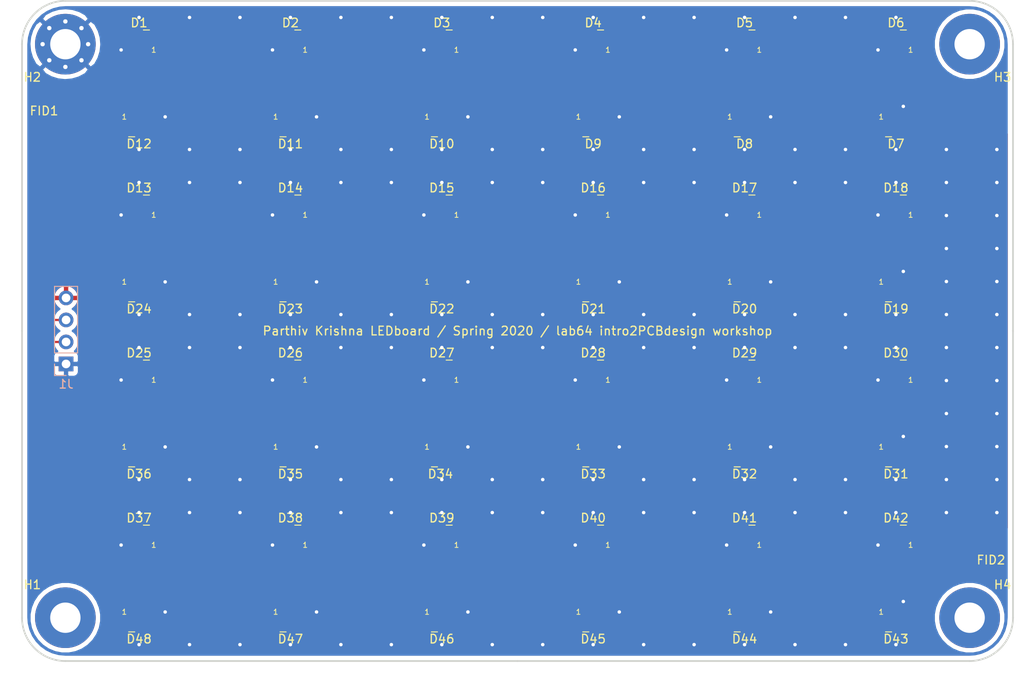
<source format=kicad_pcb>
(kicad_pcb (version 20171130) (host pcbnew "(5.1.5)-3")
  (layers (0 F.Cu signal) (31 B.Cu signal) (34 B.Paste user) (35 F.Paste user) (36 B.SilkS user) (37 F.SilkS user) (38 B.Mask user) (39 F.Mask user) (44 Edge.Cuts user))
  (net 0 "")
  (net 1 GND)
  (net 2 +5VD)
  (net 3 /SDI)
  (net 4 /CKI)
  (net 5 "Net-(D1-Pad3)")
  (net 6 "Net-(D1-Pad2)")
  (net 7 "Net-(D2-Pad3)")
  (net 8 "Net-(D2-Pad2)")
  (net 9 "Net-(D3-Pad3)")
  (net 10 "Net-(D3-Pad2)")
  (net 11 "Net-(D4-Pad3)")
  (net 12 "Net-(D4-Pad2)")
  (net 13 "Net-(D5-Pad3)")
  (net 14 "Net-(D5-Pad2)")
  (net 15 "Net-(D6-Pad3)")
  (net 16 "Net-(D6-Pad2)")
  (net 17 "Net-(D7-Pad3)")
  (net 18 "Net-(D7-Pad2)")
  (net 19 "Net-(D8-Pad3)")
  (net 20 "Net-(D8-Pad2)")
  (net 21 "Net-(D10-Pad4)")
  (net 22 "Net-(D10-Pad5)")
  (net 23 "Net-(D10-Pad3)")
  (net 24 "Net-(D10-Pad2)")
  (net 25 "Net-(D11-Pad3)")
  (net 26 "Net-(D11-Pad2)")
  (net 27 "Net-(D12-Pad3)")
  (net 28 "Net-(D12-Pad2)")
  (net 29 "Net-(D13-Pad3)")
  (net 30 "Net-(D13-Pad2)")
  (net 31 "Net-(D14-Pad3)")
  (net 32 "Net-(D14-Pad2)")
  (net 33 "Net-(D15-Pad3)")
  (net 34 "Net-(D15-Pad2)")
  (net 35 "Net-(D16-Pad3)")
  (net 36 "Net-(D16-Pad2)")
  (net 37 "Net-(D17-Pad3)")
  (net 38 "Net-(D17-Pad2)")
  (net 39 "Net-(D18-Pad3)")
  (net 40 "Net-(D18-Pad2)")
  (net 41 "Net-(D19-Pad3)")
  (net 42 "Net-(D19-Pad2)")
  (net 43 "Net-(D20-Pad3)")
  (net 44 "Net-(D20-Pad2)")
  (net 45 "Net-(D21-Pad3)")
  (net 46 "Net-(D21-Pad2)")
  (net 47 "Net-(D22-Pad3)")
  (net 48 "Net-(D22-Pad2)")
  (net 49 "Net-(D23-Pad3)")
  (net 50 "Net-(D23-Pad2)")
  (net 51 "Net-(D24-Pad3)")
  (net 52 "Net-(D24-Pad2)")
  (net 53 "Net-(D25-Pad3)")
  (net 54 "Net-(D25-Pad2)")
  (net 55 "Net-(D26-Pad3)")
  (net 56 "Net-(D26-Pad2)")
  (net 57 "Net-(D27-Pad3)")
  (net 58 "Net-(D27-Pad2)")
  (net 59 "Net-(D28-Pad3)")
  (net 60 "Net-(D28-Pad2)")
  (net 61 "Net-(D29-Pad3)")
  (net 62 "Net-(D29-Pad2)")
  (net 63 "Net-(D30-Pad3)")
  (net 64 "Net-(D30-Pad2)")
  (net 65 "Net-(D31-Pad3)")
  (net 66 "Net-(D31-Pad2)")
  (net 67 "Net-(D32-Pad3)")
  (net 68 "Net-(D32-Pad2)")
  (net 69 "Net-(D33-Pad3)")
  (net 70 "Net-(D33-Pad2)")
  (net 71 "Net-(D34-Pad3)")
  (net 72 "Net-(D34-Pad2)")
  (net 73 "Net-(D35-Pad3)")
  (net 74 "Net-(D35-Pad2)")
  (net 75 "Net-(D36-Pad3)")
  (net 76 "Net-(D36-Pad2)")
  (net 77 "Net-(D37-Pad3)")
  (net 78 "Net-(D37-Pad2)")
  (net 79 "Net-(D38-Pad3)")
  (net 80 "Net-(D38-Pad2)")
  (net 81 "Net-(D39-Pad3)")
  (net 82 "Net-(D39-Pad2)")
  (net 83 "Net-(D40-Pad3)")
  (net 84 "Net-(D40-Pad2)")
  (net 85 "Net-(D41-Pad3)")
  (net 86 "Net-(D41-Pad2)")
  (net 87 "Net-(D42-Pad3)")
  (net 88 "Net-(D42-Pad2)")
  (net 89 "Net-(D43-Pad3)")
  (net 90 "Net-(D43-Pad2)")
  (net 91 "Net-(D44-Pad3)")
  (net 92 "Net-(D44-Pad2)")
  (net 93 "Net-(D45-Pad3)")
  (net 94 "Net-(D45-Pad2)")
  (net 95 "Net-(D46-Pad3)")
  (net 96 "Net-(D46-Pad2)")
  (net 97 "Net-(D47-Pad3)")
  (net 98 "Net-(D47-Pad2)")
  (net 99 "Net-(D48-Pad3)")
  (net 100 "Net-(D48-Pad2)")
  (module Fiducial:Fiducial_0.5mm_Mask1mm (layer F.Cu) (at 167.64 109.22)
    (fp_text reference FID2 (at 0 -1.5) (layer F.SilkS))
    (fp_text value Fiducial hide)
    (pad "" smd circle (at 0 0) (size 0.5 0.5) (layers F.Cu F.Mask) (clearance 0.25))
  )
  (module Fiducial:Fiducial_0.5mm_Mask1mm (layer F.Cu) (at 58.42 53.34)
    (fp_text reference FID1 (at 0 2.54) (layer F.SilkS))
    (fp_text value Fiducial hide)
    (pad "" smd circle (at 0 0) (size 0.5 0.5) (layers F.Cu F.Mask) (clearance 0.25))
  )
  (module Connector_PinHeader_2.54mm:PinHeader_1x04_P2.54mm_Vertical (layer B.Cu) (at 60.96 85.09)
    (fp_text reference J1 (at 0 2.33) (layer B.SilkS) (effects (justify mirror)))
    (fp_text value Conn_01x04)
    (pad 4 thru_hole oval (at 0 -7.62) (size 1.7 1.7) (drill 1) (layers *.Cu *.Mask) (net 2 +5VD))
    (pad 3 thru_hole oval (at 0 -5.08) (size 1.7 1.7) (drill 1) (layers *.Cu *.Mask) (net 4 /CKI))
    (pad 2 thru_hole oval (at 0 -2.54) (size 1.7 1.7) (drill 1) (layers *.Cu *.Mask) (net 3 /SDI))
    (pad 1 thru_hole rect (at 0 0) (size 1.7 1.7) (drill 1) (layers *.Cu *.Mask) (net 1 GND))
  )
  (module MountingHole:MountingHole_3.5mm_Pad (layer F.Cu) (at 165.18 114.38)
    (fp_text reference H4 (at 3.81 -3.81) (layer F.SilkS))
    (fp_text value MountingHole hide)
    (pad 1 thru_hole circle (at 0 0) (size 7 7) (drill 3.5) (layers *.Cu *.Mask))
  )
  (module MountingHole:MountingHole_3.5mm_Pad (layer F.Cu) (at 165.179999 48.180001)
    (fp_text reference H3 (at 3.81 3.81) (layer F.SilkS))
    (fp_text value MountingHole hide)
    (pad 1 thru_hole circle (at 0 0) (size 7 7) (drill 3.5) (layers *.Cu *.Mask))
  )
  (module MountingHole:MountingHole_3.5mm_Pad_Via (layer F.Cu) (at 60.88 48.18)
    (fp_text reference H2 (at -3.81 3.81) (layer F.SilkS))
    (fp_text value MountingHole_Pad hide)
    (pad 1 thru_hole circle (at 0 0) (size 7 7) (drill 3.5) (layers *.Cu *.Mask) (net 1 GND))
    (pad 1 thru_hole circle (at 2.625 0) (size 0.8 0.8) (drill 0.5) (layers *.Cu *.Mask) (net 1 GND))
    (pad 1 thru_hole circle (at 1.856155 1.856155) (size 0.8 0.8) (drill 0.5) (layers *.Cu *.Mask) (net 1 GND))
    (pad 1 thru_hole circle (at 0 2.625) (size 0.8 0.8) (drill 0.5) (layers *.Cu *.Mask) (net 1 GND))
    (pad 1 thru_hole circle (at -1.856155 1.856155) (size 0.8 0.8) (drill 0.5) (layers *.Cu *.Mask) (net 1 GND))
    (pad 1 thru_hole circle (at -2.625 0) (size 0.8 0.8) (drill 0.5) (layers *.Cu *.Mask) (net 1 GND))
    (pad 1 thru_hole circle (at -1.856155 -1.856155) (size 0.8 0.8) (drill 0.5) (layers *.Cu *.Mask) (net 1 GND))
    (pad 1 thru_hole circle (at 0 -2.625) (size 0.8 0.8) (drill 0.5) (layers *.Cu *.Mask) (net 1 GND))
    (pad 1 thru_hole circle (at 1.856155 -1.856155) (size 0.8 0.8) (drill 0.5) (layers *.Cu *.Mask) (net 1 GND))
  )
  (module MountingHole:MountingHole_3.5mm_Pad (layer F.Cu) (at 60.880001 114.379999)
    (fp_text reference H1 (at -3.81 -3.81) (layer F.SilkS))
    (fp_text value MountingHole hide)
    (pad 1 thru_hole circle (at 0 0) (size 7 7) (drill 3.5) (layers *.Cu *.Mask))
  )
  (module LED_SMD:LED-APA102-2020 (layer F.Cu) (at 69.38 114.6175)
    (fp_text reference D48 (at 0 2.2225) (layer F.SilkS))
    (fp_text value APA102-2020)
    (fp_text user 1 (at -1.7 -0.9) (layer F.SilkS) (effects (font (size 0.6 0.6) (thickness 0.1))))
    (pad 6 smd rect (at 0 0.59 90) (size 1.48 0.5) (layers F.Cu F.Paste F.Mask) (net 1 GND))
    (pad 1 smd rect (at 0 -0.83 90) (size 1 0.5) (layers F.Cu F.Paste F.Mask) (net 2 +5VD))
    (pad 6 smd rect (at 0.85 -0.9) (size 0.8 0.5) (layers F.Cu F.Paste F.Mask) (net 1 GND))
    (pad 4 smd rect (at 0.85 0.9) (size 0.8 0.5) (layers F.Cu F.Paste F.Mask) (net 97 "Net-(D47-Pad3)"))
    (pad 5 smd rect (at 0.85 0) (size 0.8 0.3) (layers F.Cu F.Paste F.Mask) (net 98 "Net-(D47-Pad2)"))
    (pad 3 smd rect (at -0.85 0.9) (size 0.8 0.5) (layers F.Cu F.Paste F.Mask) (net 99 "Net-(D48-Pad3)"))
    (pad 2 smd rect (at -0.85 0) (size 0.8 0.3) (layers F.Cu F.Paste F.Mask) (net 100 "Net-(D48-Pad2)"))
    (pad 1 smd rect (at -0.85 -0.9) (size 0.8 0.5) (layers F.Cu F.Paste F.Mask) (net 2 +5VD))
  )
  (module LED_SMD:LED-APA102-2020 (layer F.Cu) (at 86.84 114.6175)
    (fp_text reference D47 (at 0 2.2225) (layer F.SilkS))
    (fp_text value APA102-2020)
    (fp_text user 1 (at -1.7 -0.9) (layer F.SilkS) (effects (font (size 0.6 0.6) (thickness 0.1))))
    (pad 6 smd rect (at 0 0.59 90) (size 1.48 0.5) (layers F.Cu F.Paste F.Mask) (net 1 GND))
    (pad 1 smd rect (at 0 -0.83 90) (size 1 0.5) (layers F.Cu F.Paste F.Mask) (net 2 +5VD))
    (pad 6 smd rect (at 0.85 -0.9) (size 0.8 0.5) (layers F.Cu F.Paste F.Mask) (net 1 GND))
    (pad 4 smd rect (at 0.85 0.9) (size 0.8 0.5) (layers F.Cu F.Paste F.Mask) (net 95 "Net-(D46-Pad3)"))
    (pad 5 smd rect (at 0.85 0) (size 0.8 0.3) (layers F.Cu F.Paste F.Mask) (net 96 "Net-(D46-Pad2)"))
    (pad 3 smd rect (at -0.85 0.9) (size 0.8 0.5) (layers F.Cu F.Paste F.Mask) (net 97 "Net-(D47-Pad3)"))
    (pad 2 smd rect (at -0.85 0) (size 0.8 0.3) (layers F.Cu F.Paste F.Mask) (net 98 "Net-(D47-Pad2)"))
    (pad 1 smd rect (at -0.85 -0.9) (size 0.8 0.5) (layers F.Cu F.Paste F.Mask) (net 2 +5VD))
  )
  (module LED_SMD:LED-APA102-2020 (layer F.Cu) (at 104.3 114.6175)
    (fp_text reference D46 (at 0 2.2225) (layer F.SilkS))
    (fp_text value APA102-2020)
    (fp_text user 1 (at -1.7 -0.9) (layer F.SilkS) (effects (font (size 0.6 0.6) (thickness 0.1))))
    (pad 6 smd rect (at 0 0.59 90) (size 1.48 0.5) (layers F.Cu F.Paste F.Mask) (net 1 GND))
    (pad 1 smd rect (at 0 -0.83 90) (size 1 0.5) (layers F.Cu F.Paste F.Mask) (net 2 +5VD))
    (pad 6 smd rect (at 0.85 -0.9) (size 0.8 0.5) (layers F.Cu F.Paste F.Mask) (net 1 GND))
    (pad 4 smd rect (at 0.85 0.9) (size 0.8 0.5) (layers F.Cu F.Paste F.Mask) (net 93 "Net-(D45-Pad3)"))
    (pad 5 smd rect (at 0.85 0) (size 0.8 0.3) (layers F.Cu F.Paste F.Mask) (net 94 "Net-(D45-Pad2)"))
    (pad 3 smd rect (at -0.85 0.9) (size 0.8 0.5) (layers F.Cu F.Paste F.Mask) (net 95 "Net-(D46-Pad3)"))
    (pad 2 smd rect (at -0.85 0) (size 0.8 0.3) (layers F.Cu F.Paste F.Mask) (net 96 "Net-(D46-Pad2)"))
    (pad 1 smd rect (at -0.85 -0.9) (size 0.8 0.5) (layers F.Cu F.Paste F.Mask) (net 2 +5VD))
  )
  (module LED_SMD:LED-APA102-2020 (layer F.Cu) (at 121.76 114.6175)
    (fp_text reference D45 (at 0 2.2225) (layer F.SilkS))
    (fp_text value APA102-2020)
    (fp_text user 1 (at -1.7 -0.9) (layer F.SilkS) (effects (font (size 0.6 0.6) (thickness 0.1))))
    (pad 6 smd rect (at 0 0.59 90) (size 1.48 0.5) (layers F.Cu F.Paste F.Mask) (net 1 GND))
    (pad 1 smd rect (at 0 -0.83 90) (size 1 0.5) (layers F.Cu F.Paste F.Mask) (net 2 +5VD))
    (pad 6 smd rect (at 0.85 -0.9) (size 0.8 0.5) (layers F.Cu F.Paste F.Mask) (net 1 GND))
    (pad 4 smd rect (at 0.85 0.9) (size 0.8 0.5) (layers F.Cu F.Paste F.Mask) (net 91 "Net-(D44-Pad3)"))
    (pad 5 smd rect (at 0.85 0) (size 0.8 0.3) (layers F.Cu F.Paste F.Mask) (net 92 "Net-(D44-Pad2)"))
    (pad 3 smd rect (at -0.85 0.9) (size 0.8 0.5) (layers F.Cu F.Paste F.Mask) (net 93 "Net-(D45-Pad3)"))
    (pad 2 smd rect (at -0.85 0) (size 0.8 0.3) (layers F.Cu F.Paste F.Mask) (net 94 "Net-(D45-Pad2)"))
    (pad 1 smd rect (at -0.85 -0.9) (size 0.8 0.5) (layers F.Cu F.Paste F.Mask) (net 2 +5VD))
  )
  (module LED_SMD:LED-APA102-2020 (layer F.Cu) (at 139.22 114.6175)
    (fp_text reference D44 (at 0 2.2225) (layer F.SilkS))
    (fp_text value APA102-2020)
    (fp_text user 1 (at -1.7 -0.9) (layer F.SilkS) (effects (font (size 0.6 0.6) (thickness 0.1))))
    (pad 6 smd rect (at 0 0.59 90) (size 1.48 0.5) (layers F.Cu F.Paste F.Mask) (net 1 GND))
    (pad 1 smd rect (at 0 -0.83 90) (size 1 0.5) (layers F.Cu F.Paste F.Mask) (net 2 +5VD))
    (pad 6 smd rect (at 0.85 -0.9) (size 0.8 0.5) (layers F.Cu F.Paste F.Mask) (net 1 GND))
    (pad 4 smd rect (at 0.85 0.9) (size 0.8 0.5) (layers F.Cu F.Paste F.Mask) (net 89 "Net-(D43-Pad3)"))
    (pad 5 smd rect (at 0.85 0) (size 0.8 0.3) (layers F.Cu F.Paste F.Mask) (net 90 "Net-(D43-Pad2)"))
    (pad 3 smd rect (at -0.85 0.9) (size 0.8 0.5) (layers F.Cu F.Paste F.Mask) (net 91 "Net-(D44-Pad3)"))
    (pad 2 smd rect (at -0.85 0) (size 0.8 0.3) (layers F.Cu F.Paste F.Mask) (net 92 "Net-(D44-Pad2)"))
    (pad 1 smd rect (at -0.85 -0.9) (size 0.8 0.5) (layers F.Cu F.Paste F.Mask) (net 2 +5VD))
  )
  (module LED_SMD:LED-APA102-2020 (layer F.Cu) (at 156.68 114.6175)
    (fp_text reference D43 (at 0 2.2225) (layer F.SilkS))
    (fp_text value APA102-2020)
    (fp_text user 1 (at -1.7 -0.9) (layer F.SilkS) (effects (font (size 0.6 0.6) (thickness 0.1))))
    (pad 6 smd rect (at 0 0.59 90) (size 1.48 0.5) (layers F.Cu F.Paste F.Mask) (net 1 GND))
    (pad 1 smd rect (at 0 -0.83 90) (size 1 0.5) (layers F.Cu F.Paste F.Mask) (net 2 +5VD))
    (pad 6 smd rect (at 0.85 -0.9) (size 0.8 0.5) (layers F.Cu F.Paste F.Mask) (net 1 GND))
    (pad 4 smd rect (at 0.85 0.9) (size 0.8 0.5) (layers F.Cu F.Paste F.Mask) (net 87 "Net-(D42-Pad3)"))
    (pad 5 smd rect (at 0.85 0) (size 0.8 0.3) (layers F.Cu F.Paste F.Mask) (net 88 "Net-(D42-Pad2)"))
    (pad 3 smd rect (at -0.85 0.9) (size 0.8 0.5) (layers F.Cu F.Paste F.Mask) (net 89 "Net-(D43-Pad3)"))
    (pad 2 smd rect (at -0.85 0) (size 0.8 0.3) (layers F.Cu F.Paste F.Mask) (net 90 "Net-(D43-Pad2)"))
    (pad 1 smd rect (at -0.85 -0.9) (size 0.8 0.5) (layers F.Cu F.Paste F.Mask) (net 2 +5VD))
  )
  (module LED_SMD:LED-APA102-2020 (layer F.Cu) (at 156.68 105.0925 180)
    (fp_text reference D42 (at 0 2.2225 180) (layer F.SilkS))
    (fp_text value APA102-2020)
    (fp_text user 1 (at -1.7 -0.9 180) (layer F.SilkS) (effects (font (size 0.6 0.6) (thickness 0.1))))
    (pad 6 smd rect (at 0 0.59 270) (size 1.48 0.5) (layers F.Cu F.Paste F.Mask) (net 1 GND))
    (pad 1 smd rect (at 0 -0.83 270) (size 1 0.5) (layers F.Cu F.Paste F.Mask) (net 2 +5VD))
    (pad 6 smd rect (at 0.85 -0.9 180) (size 0.8 0.5) (layers F.Cu F.Paste F.Mask) (net 1 GND))
    (pad 4 smd rect (at 0.85 0.9 180) (size 0.8 0.5) (layers F.Cu F.Paste F.Mask) (net 85 "Net-(D41-Pad3)"))
    (pad 5 smd rect (at 0.85 0 180) (size 0.8 0.3) (layers F.Cu F.Paste F.Mask) (net 86 "Net-(D41-Pad2)"))
    (pad 3 smd rect (at -0.85 0.9 180) (size 0.8 0.5) (layers F.Cu F.Paste F.Mask) (net 87 "Net-(D42-Pad3)"))
    (pad 2 smd rect (at -0.85 0 180) (size 0.8 0.3) (layers F.Cu F.Paste F.Mask) (net 88 "Net-(D42-Pad2)"))
    (pad 1 smd rect (at -0.85 -0.9 180) (size 0.8 0.5) (layers F.Cu F.Paste F.Mask) (net 2 +5VD))
  )
  (module LED_SMD:LED-APA102-2020 (layer F.Cu) (at 139.22 105.0925 180)
    (fp_text reference D41 (at 0 2.2225 180) (layer F.SilkS))
    (fp_text value APA102-2020)
    (fp_text user 1 (at -1.7 -0.9 180) (layer F.SilkS) (effects (font (size 0.6 0.6) (thickness 0.1))))
    (pad 6 smd rect (at 0 0.59 270) (size 1.48 0.5) (layers F.Cu F.Paste F.Mask) (net 1 GND))
    (pad 1 smd rect (at 0 -0.83 270) (size 1 0.5) (layers F.Cu F.Paste F.Mask) (net 2 +5VD))
    (pad 6 smd rect (at 0.85 -0.9 180) (size 0.8 0.5) (layers F.Cu F.Paste F.Mask) (net 1 GND))
    (pad 4 smd rect (at 0.85 0.9 180) (size 0.8 0.5) (layers F.Cu F.Paste F.Mask) (net 83 "Net-(D40-Pad3)"))
    (pad 5 smd rect (at 0.85 0 180) (size 0.8 0.3) (layers F.Cu F.Paste F.Mask) (net 84 "Net-(D40-Pad2)"))
    (pad 3 smd rect (at -0.85 0.9 180) (size 0.8 0.5) (layers F.Cu F.Paste F.Mask) (net 85 "Net-(D41-Pad3)"))
    (pad 2 smd rect (at -0.85 0 180) (size 0.8 0.3) (layers F.Cu F.Paste F.Mask) (net 86 "Net-(D41-Pad2)"))
    (pad 1 smd rect (at -0.85 -0.9 180) (size 0.8 0.5) (layers F.Cu F.Paste F.Mask) (net 2 +5VD))
  )
  (module LED_SMD:LED-APA102-2020 (layer F.Cu) (at 121.76 105.0925 180)
    (fp_text reference D40 (at 0 2.2225 180) (layer F.SilkS))
    (fp_text value APA102-2020)
    (fp_text user 1 (at -1.7 -0.9 180) (layer F.SilkS) (effects (font (size 0.6 0.6) (thickness 0.1))))
    (pad 6 smd rect (at 0 0.59 270) (size 1.48 0.5) (layers F.Cu F.Paste F.Mask) (net 1 GND))
    (pad 1 smd rect (at 0 -0.83 270) (size 1 0.5) (layers F.Cu F.Paste F.Mask) (net 2 +5VD))
    (pad 6 smd rect (at 0.85 -0.9 180) (size 0.8 0.5) (layers F.Cu F.Paste F.Mask) (net 1 GND))
    (pad 4 smd rect (at 0.85 0.9 180) (size 0.8 0.5) (layers F.Cu F.Paste F.Mask) (net 81 "Net-(D39-Pad3)"))
    (pad 5 smd rect (at 0.85 0 180) (size 0.8 0.3) (layers F.Cu F.Paste F.Mask) (net 82 "Net-(D39-Pad2)"))
    (pad 3 smd rect (at -0.85 0.9 180) (size 0.8 0.5) (layers F.Cu F.Paste F.Mask) (net 83 "Net-(D40-Pad3)"))
    (pad 2 smd rect (at -0.85 0 180) (size 0.8 0.3) (layers F.Cu F.Paste F.Mask) (net 84 "Net-(D40-Pad2)"))
    (pad 1 smd rect (at -0.85 -0.9 180) (size 0.8 0.5) (layers F.Cu F.Paste F.Mask) (net 2 +5VD))
  )
  (module LED_SMD:LED-APA102-2020 (layer F.Cu) (at 104.3 105.0925 180)
    (fp_text reference D39 (at 0 2.2225 180) (layer F.SilkS))
    (fp_text value APA102-2020)
    (fp_text user 1 (at -1.7 -0.9 180) (layer F.SilkS) (effects (font (size 0.6 0.6) (thickness 0.1))))
    (pad 6 smd rect (at 0 0.59 270) (size 1.48 0.5) (layers F.Cu F.Paste F.Mask) (net 1 GND))
    (pad 1 smd rect (at 0 -0.83 270) (size 1 0.5) (layers F.Cu F.Paste F.Mask) (net 2 +5VD))
    (pad 6 smd rect (at 0.85 -0.9 180) (size 0.8 0.5) (layers F.Cu F.Paste F.Mask) (net 1 GND))
    (pad 4 smd rect (at 0.85 0.9 180) (size 0.8 0.5) (layers F.Cu F.Paste F.Mask) (net 79 "Net-(D38-Pad3)"))
    (pad 5 smd rect (at 0.85 0 180) (size 0.8 0.3) (layers F.Cu F.Paste F.Mask) (net 80 "Net-(D38-Pad2)"))
    (pad 3 smd rect (at -0.85 0.9 180) (size 0.8 0.5) (layers F.Cu F.Paste F.Mask) (net 81 "Net-(D39-Pad3)"))
    (pad 2 smd rect (at -0.85 0 180) (size 0.8 0.3) (layers F.Cu F.Paste F.Mask) (net 82 "Net-(D39-Pad2)"))
    (pad 1 smd rect (at -0.85 -0.9 180) (size 0.8 0.5) (layers F.Cu F.Paste F.Mask) (net 2 +5VD))
  )
  (module LED_SMD:LED-APA102-2020 (layer F.Cu) (at 86.84 105.0925 180)
    (fp_text reference D38 (at 0 2.2225 180) (layer F.SilkS))
    (fp_text value APA102-2020)
    (fp_text user 1 (at -1.7 -0.9 180) (layer F.SilkS) (effects (font (size 0.6 0.6) (thickness 0.1))))
    (pad 6 smd rect (at 0 0.59 270) (size 1.48 0.5) (layers F.Cu F.Paste F.Mask) (net 1 GND))
    (pad 1 smd rect (at 0 -0.83 270) (size 1 0.5) (layers F.Cu F.Paste F.Mask) (net 2 +5VD))
    (pad 6 smd rect (at 0.85 -0.9 180) (size 0.8 0.5) (layers F.Cu F.Paste F.Mask) (net 1 GND))
    (pad 4 smd rect (at 0.85 0.9 180) (size 0.8 0.5) (layers F.Cu F.Paste F.Mask) (net 77 "Net-(D37-Pad3)"))
    (pad 5 smd rect (at 0.85 0 180) (size 0.8 0.3) (layers F.Cu F.Paste F.Mask) (net 78 "Net-(D37-Pad2)"))
    (pad 3 smd rect (at -0.85 0.9 180) (size 0.8 0.5) (layers F.Cu F.Paste F.Mask) (net 79 "Net-(D38-Pad3)"))
    (pad 2 smd rect (at -0.85 0 180) (size 0.8 0.3) (layers F.Cu F.Paste F.Mask) (net 80 "Net-(D38-Pad2)"))
    (pad 1 smd rect (at -0.85 -0.9 180) (size 0.8 0.5) (layers F.Cu F.Paste F.Mask) (net 2 +5VD))
  )
  (module LED_SMD:LED-APA102-2020 (layer F.Cu) (at 69.38 105.0925 180)
    (fp_text reference D37 (at 0 2.2225 180) (layer F.SilkS))
    (fp_text value APA102-2020)
    (fp_text user 1 (at -1.7 -0.9 180) (layer F.SilkS) (effects (font (size 0.6 0.6) (thickness 0.1))))
    (pad 6 smd rect (at 0 0.59 270) (size 1.48 0.5) (layers F.Cu F.Paste F.Mask) (net 1 GND))
    (pad 1 smd rect (at 0 -0.83 270) (size 1 0.5) (layers F.Cu F.Paste F.Mask) (net 2 +5VD))
    (pad 6 smd rect (at 0.85 -0.9 180) (size 0.8 0.5) (layers F.Cu F.Paste F.Mask) (net 1 GND))
    (pad 4 smd rect (at 0.85 0.9 180) (size 0.8 0.5) (layers F.Cu F.Paste F.Mask) (net 75 "Net-(D36-Pad3)"))
    (pad 5 smd rect (at 0.85 0 180) (size 0.8 0.3) (layers F.Cu F.Paste F.Mask) (net 76 "Net-(D36-Pad2)"))
    (pad 3 smd rect (at -0.85 0.9 180) (size 0.8 0.5) (layers F.Cu F.Paste F.Mask) (net 77 "Net-(D37-Pad3)"))
    (pad 2 smd rect (at -0.85 0 180) (size 0.8 0.3) (layers F.Cu F.Paste F.Mask) (net 78 "Net-(D37-Pad2)"))
    (pad 1 smd rect (at -0.85 -0.9 180) (size 0.8 0.5) (layers F.Cu F.Paste F.Mask) (net 2 +5VD))
  )
  (module LED_SMD:LED-APA102-2020 (layer F.Cu) (at 69.38 95.5675)
    (fp_text reference D36 (at 0 2.2225) (layer F.SilkS))
    (fp_text value APA102-2020)
    (fp_text user 1 (at -1.7 -0.9) (layer F.SilkS) (effects (font (size 0.6 0.6) (thickness 0.1))))
    (pad 6 smd rect (at 0 0.59 90) (size 1.48 0.5) (layers F.Cu F.Paste F.Mask) (net 1 GND))
    (pad 1 smd rect (at 0 -0.83 90) (size 1 0.5) (layers F.Cu F.Paste F.Mask) (net 2 +5VD))
    (pad 6 smd rect (at 0.85 -0.9) (size 0.8 0.5) (layers F.Cu F.Paste F.Mask) (net 1 GND))
    (pad 4 smd rect (at 0.85 0.9) (size 0.8 0.5) (layers F.Cu F.Paste F.Mask) (net 73 "Net-(D35-Pad3)"))
    (pad 5 smd rect (at 0.85 0) (size 0.8 0.3) (layers F.Cu F.Paste F.Mask) (net 74 "Net-(D35-Pad2)"))
    (pad 3 smd rect (at -0.85 0.9) (size 0.8 0.5) (layers F.Cu F.Paste F.Mask) (net 75 "Net-(D36-Pad3)"))
    (pad 2 smd rect (at -0.85 0) (size 0.8 0.3) (layers F.Cu F.Paste F.Mask) (net 76 "Net-(D36-Pad2)"))
    (pad 1 smd rect (at -0.85 -0.9) (size 0.8 0.5) (layers F.Cu F.Paste F.Mask) (net 2 +5VD))
  )
  (module LED_SMD:LED-APA102-2020 (layer F.Cu) (at 86.84 95.5675)
    (fp_text reference D35 (at 0 2.2225) (layer F.SilkS))
    (fp_text value APA102-2020)
    (fp_text user 1 (at -1.7 -0.9) (layer F.SilkS) (effects (font (size 0.6 0.6) (thickness 0.1))))
    (pad 6 smd rect (at 0 0.59 90) (size 1.48 0.5) (layers F.Cu F.Paste F.Mask) (net 1 GND))
    (pad 1 smd rect (at 0 -0.83 90) (size 1 0.5) (layers F.Cu F.Paste F.Mask) (net 2 +5VD))
    (pad 6 smd rect (at 0.85 -0.9) (size 0.8 0.5) (layers F.Cu F.Paste F.Mask) (net 1 GND))
    (pad 4 smd rect (at 0.85 0.9) (size 0.8 0.5) (layers F.Cu F.Paste F.Mask) (net 71 "Net-(D34-Pad3)"))
    (pad 5 smd rect (at 0.85 0) (size 0.8 0.3) (layers F.Cu F.Paste F.Mask) (net 72 "Net-(D34-Pad2)"))
    (pad 3 smd rect (at -0.85 0.9) (size 0.8 0.5) (layers F.Cu F.Paste F.Mask) (net 73 "Net-(D35-Pad3)"))
    (pad 2 smd rect (at -0.85 0) (size 0.8 0.3) (layers F.Cu F.Paste F.Mask) (net 74 "Net-(D35-Pad2)"))
    (pad 1 smd rect (at -0.85 -0.9) (size 0.8 0.5) (layers F.Cu F.Paste F.Mask) (net 2 +5VD))
  )
  (module LED_SMD:LED-APA102-2020 (layer F.Cu) (at 104.3 95.5675)
    (fp_text reference D34 (at -0.16 2.2225) (layer F.SilkS))
    (fp_text value APA102-2020)
    (fp_text user 1 (at -1.7 -0.9) (layer F.SilkS) (effects (font (size 0.6 0.6) (thickness 0.1))))
    (pad 6 smd rect (at 0 0.59 90) (size 1.48 0.5) (layers F.Cu F.Paste F.Mask) (net 1 GND))
    (pad 1 smd rect (at 0 -0.83 90) (size 1 0.5) (layers F.Cu F.Paste F.Mask) (net 2 +5VD))
    (pad 6 smd rect (at 0.85 -0.9) (size 0.8 0.5) (layers F.Cu F.Paste F.Mask) (net 1 GND))
    (pad 4 smd rect (at 0.85 0.9) (size 0.8 0.5) (layers F.Cu F.Paste F.Mask) (net 69 "Net-(D33-Pad3)"))
    (pad 5 smd rect (at 0.85 0) (size 0.8 0.3) (layers F.Cu F.Paste F.Mask) (net 70 "Net-(D33-Pad2)"))
    (pad 3 smd rect (at -0.85 0.9) (size 0.8 0.5) (layers F.Cu F.Paste F.Mask) (net 71 "Net-(D34-Pad3)"))
    (pad 2 smd rect (at -0.85 0) (size 0.8 0.3) (layers F.Cu F.Paste F.Mask) (net 72 "Net-(D34-Pad2)"))
    (pad 1 smd rect (at -0.85 -0.9) (size 0.8 0.5) (layers F.Cu F.Paste F.Mask) (net 2 +5VD))
  )
  (module LED_SMD:LED-APA102-2020 (layer F.Cu) (at 121.76 95.5675)
    (fp_text reference D33 (at 0 2.2225) (layer F.SilkS))
    (fp_text value APA102-2020)
    (fp_text user 1 (at -1.7 -0.9) (layer F.SilkS) (effects (font (size 0.6 0.6) (thickness 0.1))))
    (pad 6 smd rect (at 0 0.59 90) (size 1.48 0.5) (layers F.Cu F.Paste F.Mask) (net 1 GND))
    (pad 1 smd rect (at 0 -0.83 90) (size 1 0.5) (layers F.Cu F.Paste F.Mask) (net 2 +5VD))
    (pad 6 smd rect (at 0.85 -0.9) (size 0.8 0.5) (layers F.Cu F.Paste F.Mask) (net 1 GND))
    (pad 4 smd rect (at 0.85 0.9) (size 0.8 0.5) (layers F.Cu F.Paste F.Mask) (net 67 "Net-(D32-Pad3)"))
    (pad 5 smd rect (at 0.85 0) (size 0.8 0.3) (layers F.Cu F.Paste F.Mask) (net 68 "Net-(D32-Pad2)"))
    (pad 3 smd rect (at -0.85 0.9) (size 0.8 0.5) (layers F.Cu F.Paste F.Mask) (net 69 "Net-(D33-Pad3)"))
    (pad 2 smd rect (at -0.85 0) (size 0.8 0.3) (layers F.Cu F.Paste F.Mask) (net 70 "Net-(D33-Pad2)"))
    (pad 1 smd rect (at -0.85 -0.9) (size 0.8 0.5) (layers F.Cu F.Paste F.Mask) (net 2 +5VD))
  )
  (module LED_SMD:LED-APA102-2020 (layer F.Cu) (at 139.22 95.5675)
    (fp_text reference D32 (at 0 2.2225) (layer F.SilkS))
    (fp_text value APA102-2020)
    (fp_text user 1 (at -1.7 -0.9) (layer F.SilkS) (effects (font (size 0.6 0.6) (thickness 0.1))))
    (pad 6 smd rect (at 0 0.59 90) (size 1.48 0.5) (layers F.Cu F.Paste F.Mask) (net 1 GND))
    (pad 1 smd rect (at 0 -0.83 90) (size 1 0.5) (layers F.Cu F.Paste F.Mask) (net 2 +5VD))
    (pad 6 smd rect (at 0.85 -0.9) (size 0.8 0.5) (layers F.Cu F.Paste F.Mask) (net 1 GND))
    (pad 4 smd rect (at 0.85 0.9) (size 0.8 0.5) (layers F.Cu F.Paste F.Mask) (net 65 "Net-(D31-Pad3)"))
    (pad 5 smd rect (at 0.85 0) (size 0.8 0.3) (layers F.Cu F.Paste F.Mask) (net 66 "Net-(D31-Pad2)"))
    (pad 3 smd rect (at -0.85 0.9) (size 0.8 0.5) (layers F.Cu F.Paste F.Mask) (net 67 "Net-(D32-Pad3)"))
    (pad 2 smd rect (at -0.85 0) (size 0.8 0.3) (layers F.Cu F.Paste F.Mask) (net 68 "Net-(D32-Pad2)"))
    (pad 1 smd rect (at -0.85 -0.9) (size 0.8 0.5) (layers F.Cu F.Paste F.Mask) (net 2 +5VD))
  )
  (module LED_SMD:LED-APA102-2020 (layer F.Cu) (at 156.68 95.5675)
    (fp_text reference D31 (at 0 2.2225) (layer F.SilkS))
    (fp_text value APA102-2020)
    (fp_text user 1 (at -1.7 -0.9) (layer F.SilkS) (effects (font (size 0.6 0.6) (thickness 0.1))))
    (pad 6 smd rect (at 0 0.59 90) (size 1.48 0.5) (layers F.Cu F.Paste F.Mask) (net 1 GND))
    (pad 1 smd rect (at 0 -0.83 90) (size 1 0.5) (layers F.Cu F.Paste F.Mask) (net 2 +5VD))
    (pad 6 smd rect (at 0.85 -0.9) (size 0.8 0.5) (layers F.Cu F.Paste F.Mask) (net 1 GND))
    (pad 4 smd rect (at 0.85 0.9) (size 0.8 0.5) (layers F.Cu F.Paste F.Mask) (net 63 "Net-(D30-Pad3)"))
    (pad 5 smd rect (at 0.85 0) (size 0.8 0.3) (layers F.Cu F.Paste F.Mask) (net 64 "Net-(D30-Pad2)"))
    (pad 3 smd rect (at -0.85 0.9) (size 0.8 0.5) (layers F.Cu F.Paste F.Mask) (net 65 "Net-(D31-Pad3)"))
    (pad 2 smd rect (at -0.85 0) (size 0.8 0.3) (layers F.Cu F.Paste F.Mask) (net 66 "Net-(D31-Pad2)"))
    (pad 1 smd rect (at -0.85 -0.9) (size 0.8 0.5) (layers F.Cu F.Paste F.Mask) (net 2 +5VD))
  )
  (module LED_SMD:LED-APA102-2020 (layer F.Cu) (at 156.68 86.0425 180)
    (fp_text reference D30 (at 0 2.2225 180) (layer F.SilkS))
    (fp_text value APA102-2020)
    (fp_text user 1 (at -1.7 -0.9 180) (layer F.SilkS) (effects (font (size 0.6 0.6) (thickness 0.1))))
    (pad 6 smd rect (at 0 0.59 270) (size 1.48 0.5) (layers F.Cu F.Paste F.Mask) (net 1 GND))
    (pad 1 smd rect (at 0 -0.83 270) (size 1 0.5) (layers F.Cu F.Paste F.Mask) (net 2 +5VD))
    (pad 6 smd rect (at 0.85 -0.9 180) (size 0.8 0.5) (layers F.Cu F.Paste F.Mask) (net 1 GND))
    (pad 4 smd rect (at 0.85 0.9 180) (size 0.8 0.5) (layers F.Cu F.Paste F.Mask) (net 61 "Net-(D29-Pad3)"))
    (pad 5 smd rect (at 0.85 0 180) (size 0.8 0.3) (layers F.Cu F.Paste F.Mask) (net 62 "Net-(D29-Pad2)"))
    (pad 3 smd rect (at -0.85 0.9 180) (size 0.8 0.5) (layers F.Cu F.Paste F.Mask) (net 63 "Net-(D30-Pad3)"))
    (pad 2 smd rect (at -0.85 0 180) (size 0.8 0.3) (layers F.Cu F.Paste F.Mask) (net 64 "Net-(D30-Pad2)"))
    (pad 1 smd rect (at -0.85 -0.9 180) (size 0.8 0.5) (layers F.Cu F.Paste F.Mask) (net 2 +5VD))
  )
  (module LED_SMD:LED-APA102-2020 (layer F.Cu) (at 139.22 86.0425 180)
    (fp_text reference D29 (at 0 2.2225 180) (layer F.SilkS))
    (fp_text value APA102-2020)
    (fp_text user 1 (at -1.7 -0.9 180) (layer F.SilkS) (effects (font (size 0.6 0.6) (thickness 0.1))))
    (pad 6 smd rect (at 0 0.59 270) (size 1.48 0.5) (layers F.Cu F.Paste F.Mask) (net 1 GND))
    (pad 1 smd rect (at 0 -0.83 270) (size 1 0.5) (layers F.Cu F.Paste F.Mask) (net 2 +5VD))
    (pad 6 smd rect (at 0.85 -0.9 180) (size 0.8 0.5) (layers F.Cu F.Paste F.Mask) (net 1 GND))
    (pad 4 smd rect (at 0.85 0.9 180) (size 0.8 0.5) (layers F.Cu F.Paste F.Mask) (net 59 "Net-(D28-Pad3)"))
    (pad 5 smd rect (at 0.85 0 180) (size 0.8 0.3) (layers F.Cu F.Paste F.Mask) (net 60 "Net-(D28-Pad2)"))
    (pad 3 smd rect (at -0.85 0.9 180) (size 0.8 0.5) (layers F.Cu F.Paste F.Mask) (net 61 "Net-(D29-Pad3)"))
    (pad 2 smd rect (at -0.85 0 180) (size 0.8 0.3) (layers F.Cu F.Paste F.Mask) (net 62 "Net-(D29-Pad2)"))
    (pad 1 smd rect (at -0.85 -0.9 180) (size 0.8 0.5) (layers F.Cu F.Paste F.Mask) (net 2 +5VD))
  )
  (module LED_SMD:LED-APA102-2020 (layer F.Cu) (at 121.76 86.0425 180)
    (fp_text reference D28 (at 0 2.2225 180) (layer F.SilkS))
    (fp_text value APA102-2020)
    (fp_text user 1 (at -1.7 -0.9 180) (layer F.SilkS) (effects (font (size 0.6 0.6) (thickness 0.1))))
    (pad 6 smd rect (at 0 0.59 270) (size 1.48 0.5) (layers F.Cu F.Paste F.Mask) (net 1 GND))
    (pad 1 smd rect (at 0 -0.83 270) (size 1 0.5) (layers F.Cu F.Paste F.Mask) (net 2 +5VD))
    (pad 6 smd rect (at 0.85 -0.9 180) (size 0.8 0.5) (layers F.Cu F.Paste F.Mask) (net 1 GND))
    (pad 4 smd rect (at 0.85 0.9 180) (size 0.8 0.5) (layers F.Cu F.Paste F.Mask) (net 57 "Net-(D27-Pad3)"))
    (pad 5 smd rect (at 0.85 0 180) (size 0.8 0.3) (layers F.Cu F.Paste F.Mask) (net 58 "Net-(D27-Pad2)"))
    (pad 3 smd rect (at -0.85 0.9 180) (size 0.8 0.5) (layers F.Cu F.Paste F.Mask) (net 59 "Net-(D28-Pad3)"))
    (pad 2 smd rect (at -0.85 0 180) (size 0.8 0.3) (layers F.Cu F.Paste F.Mask) (net 60 "Net-(D28-Pad2)"))
    (pad 1 smd rect (at -0.85 -0.9 180) (size 0.8 0.5) (layers F.Cu F.Paste F.Mask) (net 2 +5VD))
  )
  (module LED_SMD:LED-APA102-2020 (layer F.Cu) (at 104.3 86.0425 180)
    (fp_text reference D27 (at 0 2.2225 180) (layer F.SilkS))
    (fp_text value APA102-2020)
    (fp_text user 1 (at -1.7 -0.9 180) (layer F.SilkS) (effects (font (size 0.6 0.6) (thickness 0.1))))
    (pad 6 smd rect (at 0 0.59 270) (size 1.48 0.5) (layers F.Cu F.Paste F.Mask) (net 1 GND))
    (pad 1 smd rect (at 0 -0.83 270) (size 1 0.5) (layers F.Cu F.Paste F.Mask) (net 2 +5VD))
    (pad 6 smd rect (at 0.85 -0.9 180) (size 0.8 0.5) (layers F.Cu F.Paste F.Mask) (net 1 GND))
    (pad 4 smd rect (at 0.85 0.9 180) (size 0.8 0.5) (layers F.Cu F.Paste F.Mask) (net 55 "Net-(D26-Pad3)"))
    (pad 5 smd rect (at 0.85 0 180) (size 0.8 0.3) (layers F.Cu F.Paste F.Mask) (net 56 "Net-(D26-Pad2)"))
    (pad 3 smd rect (at -0.85 0.9 180) (size 0.8 0.5) (layers F.Cu F.Paste F.Mask) (net 57 "Net-(D27-Pad3)"))
    (pad 2 smd rect (at -0.85 0 180) (size 0.8 0.3) (layers F.Cu F.Paste F.Mask) (net 58 "Net-(D27-Pad2)"))
    (pad 1 smd rect (at -0.85 -0.9 180) (size 0.8 0.5) (layers F.Cu F.Paste F.Mask) (net 2 +5VD))
  )
  (module LED_SMD:LED-APA102-2020 (layer F.Cu) (at 86.84 86.0425 180)
    (fp_text reference D26 (at 0 2.2225 180) (layer F.SilkS))
    (fp_text value APA102-2020)
    (fp_text user 1 (at -1.7 -0.9 180) (layer F.SilkS) (effects (font (size 0.6 0.6) (thickness 0.1))))
    (pad 6 smd rect (at 0 0.59 270) (size 1.48 0.5) (layers F.Cu F.Paste F.Mask) (net 1 GND))
    (pad 1 smd rect (at 0 -0.83 270) (size 1 0.5) (layers F.Cu F.Paste F.Mask) (net 2 +5VD))
    (pad 6 smd rect (at 0.85 -0.9 180) (size 0.8 0.5) (layers F.Cu F.Paste F.Mask) (net 1 GND))
    (pad 4 smd rect (at 0.85 0.9 180) (size 0.8 0.5) (layers F.Cu F.Paste F.Mask) (net 53 "Net-(D25-Pad3)"))
    (pad 5 smd rect (at 0.85 0 180) (size 0.8 0.3) (layers F.Cu F.Paste F.Mask) (net 54 "Net-(D25-Pad2)"))
    (pad 3 smd rect (at -0.85 0.9 180) (size 0.8 0.5) (layers F.Cu F.Paste F.Mask) (net 55 "Net-(D26-Pad3)"))
    (pad 2 smd rect (at -0.85 0 180) (size 0.8 0.3) (layers F.Cu F.Paste F.Mask) (net 56 "Net-(D26-Pad2)"))
    (pad 1 smd rect (at -0.85 -0.9 180) (size 0.8 0.5) (layers F.Cu F.Paste F.Mask) (net 2 +5VD))
  )
  (module LED_SMD:LED-APA102-2020 (layer F.Cu) (at 69.38 86.0425 180)
    (fp_text reference D25 (at 0 2.2225 180) (layer F.SilkS))
    (fp_text value APA102-2020)
    (fp_text user 1 (at -1.7 -0.9 180) (layer F.SilkS) (effects (font (size 0.6 0.6) (thickness 0.1))))
    (pad 6 smd rect (at 0 0.59 270) (size 1.48 0.5) (layers F.Cu F.Paste F.Mask) (net 1 GND))
    (pad 1 smd rect (at 0 -0.83 270) (size 1 0.5) (layers F.Cu F.Paste F.Mask) (net 2 +5VD))
    (pad 6 smd rect (at 0.85 -0.9 180) (size 0.8 0.5) (layers F.Cu F.Paste F.Mask) (net 1 GND))
    (pad 4 smd rect (at 0.85 0.9 180) (size 0.8 0.5) (layers F.Cu F.Paste F.Mask) (net 51 "Net-(D24-Pad3)"))
    (pad 5 smd rect (at 0.85 0 180) (size 0.8 0.3) (layers F.Cu F.Paste F.Mask) (net 52 "Net-(D24-Pad2)"))
    (pad 3 smd rect (at -0.85 0.9 180) (size 0.8 0.5) (layers F.Cu F.Paste F.Mask) (net 53 "Net-(D25-Pad3)"))
    (pad 2 smd rect (at -0.85 0 180) (size 0.8 0.3) (layers F.Cu F.Paste F.Mask) (net 54 "Net-(D25-Pad2)"))
    (pad 1 smd rect (at -0.85 -0.9 180) (size 0.8 0.5) (layers F.Cu F.Paste F.Mask) (net 2 +5VD))
  )
  (module LED_SMD:LED-APA102-2020 (layer F.Cu) (at 69.38 76.5175)
    (fp_text reference D24 (at 0 2.2225) (layer F.SilkS))
    (fp_text value APA102-2020)
    (fp_text user 1 (at -1.7 -0.9) (layer F.SilkS) (effects (font (size 0.6 0.6) (thickness 0.1))))
    (pad 6 smd rect (at 0 0.59 90) (size 1.48 0.5) (layers F.Cu F.Paste F.Mask) (net 1 GND))
    (pad 1 smd rect (at 0 -0.83 90) (size 1 0.5) (layers F.Cu F.Paste F.Mask) (net 2 +5VD))
    (pad 6 smd rect (at 0.85 -0.9) (size 0.8 0.5) (layers F.Cu F.Paste F.Mask) (net 1 GND))
    (pad 4 smd rect (at 0.85 0.9) (size 0.8 0.5) (layers F.Cu F.Paste F.Mask) (net 49 "Net-(D23-Pad3)"))
    (pad 5 smd rect (at 0.85 0) (size 0.8 0.3) (layers F.Cu F.Paste F.Mask) (net 50 "Net-(D23-Pad2)"))
    (pad 3 smd rect (at -0.85 0.9) (size 0.8 0.5) (layers F.Cu F.Paste F.Mask) (net 51 "Net-(D24-Pad3)"))
    (pad 2 smd rect (at -0.85 0) (size 0.8 0.3) (layers F.Cu F.Paste F.Mask) (net 52 "Net-(D24-Pad2)"))
    (pad 1 smd rect (at -0.85 -0.9) (size 0.8 0.5) (layers F.Cu F.Paste F.Mask) (net 2 +5VD))
  )
  (module LED_SMD:LED-APA102-2020 (layer F.Cu) (at 86.84 76.5175)
    (fp_text reference D23 (at 0 2.2225) (layer F.SilkS))
    (fp_text value APA102-2020)
    (fp_text user 1 (at -1.7 -0.9) (layer F.SilkS) (effects (font (size 0.6 0.6) (thickness 0.1))))
    (pad 6 smd rect (at 0 0.59 90) (size 1.48 0.5) (layers F.Cu F.Paste F.Mask) (net 1 GND))
    (pad 1 smd rect (at 0 -0.83 90) (size 1 0.5) (layers F.Cu F.Paste F.Mask) (net 2 +5VD))
    (pad 6 smd rect (at 0.85 -0.9) (size 0.8 0.5) (layers F.Cu F.Paste F.Mask) (net 1 GND))
    (pad 4 smd rect (at 0.85 0.9) (size 0.8 0.5) (layers F.Cu F.Paste F.Mask) (net 47 "Net-(D22-Pad3)"))
    (pad 5 smd rect (at 0.85 0) (size 0.8 0.3) (layers F.Cu F.Paste F.Mask) (net 48 "Net-(D22-Pad2)"))
    (pad 3 smd rect (at -0.85 0.9) (size 0.8 0.5) (layers F.Cu F.Paste F.Mask) (net 49 "Net-(D23-Pad3)"))
    (pad 2 smd rect (at -0.85 0) (size 0.8 0.3) (layers F.Cu F.Paste F.Mask) (net 50 "Net-(D23-Pad2)"))
    (pad 1 smd rect (at -0.85 -0.9) (size 0.8 0.5) (layers F.Cu F.Paste F.Mask) (net 2 +5VD))
  )
  (module LED_SMD:LED-APA102-2020 (layer F.Cu) (at 104.3 76.5175)
    (fp_text reference D22 (at 0 2.2225) (layer F.SilkS))
    (fp_text value APA102-2020)
    (fp_text user 1 (at -1.7 -0.9) (layer F.SilkS) (effects (font (size 0.6 0.6) (thickness 0.1))))
    (pad 6 smd rect (at 0 0.59 90) (size 1.48 0.5) (layers F.Cu F.Paste F.Mask) (net 1 GND))
    (pad 1 smd rect (at 0 -0.83 90) (size 1 0.5) (layers F.Cu F.Paste F.Mask) (net 2 +5VD))
    (pad 6 smd rect (at 0.85 -0.9) (size 0.8 0.5) (layers F.Cu F.Paste F.Mask) (net 1 GND))
    (pad 4 smd rect (at 0.85 0.9) (size 0.8 0.5) (layers F.Cu F.Paste F.Mask) (net 45 "Net-(D21-Pad3)"))
    (pad 5 smd rect (at 0.85 0) (size 0.8 0.3) (layers F.Cu F.Paste F.Mask) (net 46 "Net-(D21-Pad2)"))
    (pad 3 smd rect (at -0.85 0.9) (size 0.8 0.5) (layers F.Cu F.Paste F.Mask) (net 47 "Net-(D22-Pad3)"))
    (pad 2 smd rect (at -0.85 0) (size 0.8 0.3) (layers F.Cu F.Paste F.Mask) (net 48 "Net-(D22-Pad2)"))
    (pad 1 smd rect (at -0.85 -0.9) (size 0.8 0.5) (layers F.Cu F.Paste F.Mask) (net 2 +5VD))
  )
  (module LED_SMD:LED-APA102-2020 (layer F.Cu) (at 121.76 76.5175)
    (fp_text reference D21 (at 0 2.2225) (layer F.SilkS))
    (fp_text value APA102-2020)
    (fp_text user 1 (at -1.7 -0.9) (layer F.SilkS) (effects (font (size 0.6 0.6) (thickness 0.1))))
    (pad 6 smd rect (at 0 0.59 90) (size 1.48 0.5) (layers F.Cu F.Paste F.Mask) (net 1 GND))
    (pad 1 smd rect (at 0 -0.83 90) (size 1 0.5) (layers F.Cu F.Paste F.Mask) (net 2 +5VD))
    (pad 6 smd rect (at 0.85 -0.9) (size 0.8 0.5) (layers F.Cu F.Paste F.Mask) (net 1 GND))
    (pad 4 smd rect (at 0.85 0.9) (size 0.8 0.5) (layers F.Cu F.Paste F.Mask) (net 43 "Net-(D20-Pad3)"))
    (pad 5 smd rect (at 0.85 0) (size 0.8 0.3) (layers F.Cu F.Paste F.Mask) (net 44 "Net-(D20-Pad2)"))
    (pad 3 smd rect (at -0.85 0.9) (size 0.8 0.5) (layers F.Cu F.Paste F.Mask) (net 45 "Net-(D21-Pad3)"))
    (pad 2 smd rect (at -0.85 0) (size 0.8 0.3) (layers F.Cu F.Paste F.Mask) (net 46 "Net-(D21-Pad2)"))
    (pad 1 smd rect (at -0.85 -0.9) (size 0.8 0.5) (layers F.Cu F.Paste F.Mask) (net 2 +5VD))
  )
  (module LED_SMD:LED-APA102-2020 (layer F.Cu) (at 139.22 76.5175)
    (fp_text reference D20 (at 0 2.2225) (layer F.SilkS))
    (fp_text value APA102-2020)
    (fp_text user 1 (at -1.7 -0.9) (layer F.SilkS) (effects (font (size 0.6 0.6) (thickness 0.1))))
    (pad 6 smd rect (at 0 0.59 90) (size 1.48 0.5) (layers F.Cu F.Paste F.Mask) (net 1 GND))
    (pad 1 smd rect (at 0 -0.83 90) (size 1 0.5) (layers F.Cu F.Paste F.Mask) (net 2 +5VD))
    (pad 6 smd rect (at 0.85 -0.9) (size 0.8 0.5) (layers F.Cu F.Paste F.Mask) (net 1 GND))
    (pad 4 smd rect (at 0.85 0.9) (size 0.8 0.5) (layers F.Cu F.Paste F.Mask) (net 41 "Net-(D19-Pad3)"))
    (pad 5 smd rect (at 0.85 0) (size 0.8 0.3) (layers F.Cu F.Paste F.Mask) (net 42 "Net-(D19-Pad2)"))
    (pad 3 smd rect (at -0.85 0.9) (size 0.8 0.5) (layers F.Cu F.Paste F.Mask) (net 43 "Net-(D20-Pad3)"))
    (pad 2 smd rect (at -0.85 0) (size 0.8 0.3) (layers F.Cu F.Paste F.Mask) (net 44 "Net-(D20-Pad2)"))
    (pad 1 smd rect (at -0.85 -0.9) (size 0.8 0.5) (layers F.Cu F.Paste F.Mask) (net 2 +5VD))
  )
  (module LED_SMD:LED-APA102-2020 (layer F.Cu) (at 156.68 76.5175)
    (fp_text reference D19 (at 0 2.2225) (layer F.SilkS))
    (fp_text value APA102-2020)
    (fp_text user 1 (at -1.7 -0.9) (layer F.SilkS) (effects (font (size 0.6 0.6) (thickness 0.1))))
    (pad 6 smd rect (at 0 0.59 90) (size 1.48 0.5) (layers F.Cu F.Paste F.Mask) (net 1 GND))
    (pad 1 smd rect (at 0 -0.83 90) (size 1 0.5) (layers F.Cu F.Paste F.Mask) (net 2 +5VD))
    (pad 6 smd rect (at 0.85 -0.9) (size 0.8 0.5) (layers F.Cu F.Paste F.Mask) (net 1 GND))
    (pad 4 smd rect (at 0.85 0.9) (size 0.8 0.5) (layers F.Cu F.Paste F.Mask) (net 39 "Net-(D18-Pad3)"))
    (pad 5 smd rect (at 0.85 0) (size 0.8 0.3) (layers F.Cu F.Paste F.Mask) (net 40 "Net-(D18-Pad2)"))
    (pad 3 smd rect (at -0.85 0.9) (size 0.8 0.5) (layers F.Cu F.Paste F.Mask) (net 41 "Net-(D19-Pad3)"))
    (pad 2 smd rect (at -0.85 0) (size 0.8 0.3) (layers F.Cu F.Paste F.Mask) (net 42 "Net-(D19-Pad2)"))
    (pad 1 smd rect (at -0.85 -0.9) (size 0.8 0.5) (layers F.Cu F.Paste F.Mask) (net 2 +5VD))
  )
  (module LED_SMD:LED-APA102-2020 (layer F.Cu) (at 156.68 66.9925 180)
    (fp_text reference D18 (at 0 2.2225 180) (layer F.SilkS))
    (fp_text value APA102-2020)
    (fp_text user 1 (at -1.7 -0.9 180) (layer F.SilkS) (effects (font (size 0.6 0.6) (thickness 0.1))))
    (pad 6 smd rect (at 0 0.59 270) (size 1.48 0.5) (layers F.Cu F.Paste F.Mask) (net 1 GND))
    (pad 1 smd rect (at 0 -0.83 270) (size 1 0.5) (layers F.Cu F.Paste F.Mask) (net 2 +5VD))
    (pad 6 smd rect (at 0.85 -0.9 180) (size 0.8 0.5) (layers F.Cu F.Paste F.Mask) (net 1 GND))
    (pad 4 smd rect (at 0.85 0.9 180) (size 0.8 0.5) (layers F.Cu F.Paste F.Mask) (net 37 "Net-(D17-Pad3)"))
    (pad 5 smd rect (at 0.85 0 180) (size 0.8 0.3) (layers F.Cu F.Paste F.Mask) (net 38 "Net-(D17-Pad2)"))
    (pad 3 smd rect (at -0.85 0.9 180) (size 0.8 0.5) (layers F.Cu F.Paste F.Mask) (net 39 "Net-(D18-Pad3)"))
    (pad 2 smd rect (at -0.85 0 180) (size 0.8 0.3) (layers F.Cu F.Paste F.Mask) (net 40 "Net-(D18-Pad2)"))
    (pad 1 smd rect (at -0.85 -0.9 180) (size 0.8 0.5) (layers F.Cu F.Paste F.Mask) (net 2 +5VD))
  )
  (module LED_SMD:LED-APA102-2020 (layer F.Cu) (at 139.22 66.9925 180)
    (fp_text reference D17 (at 0 2.2225 180) (layer F.SilkS))
    (fp_text value APA102-2020)
    (fp_text user 1 (at -1.7 -0.9 180) (layer F.SilkS) (effects (font (size 0.6 0.6) (thickness 0.1))))
    (pad 6 smd rect (at 0 0.59 270) (size 1.48 0.5) (layers F.Cu F.Paste F.Mask) (net 1 GND))
    (pad 1 smd rect (at 0 -0.83 270) (size 1 0.5) (layers F.Cu F.Paste F.Mask) (net 2 +5VD))
    (pad 6 smd rect (at 0.85 -0.9 180) (size 0.8 0.5) (layers F.Cu F.Paste F.Mask) (net 1 GND))
    (pad 4 smd rect (at 0.85 0.9 180) (size 0.8 0.5) (layers F.Cu F.Paste F.Mask) (net 35 "Net-(D16-Pad3)"))
    (pad 5 smd rect (at 0.85 0 180) (size 0.8 0.3) (layers F.Cu F.Paste F.Mask) (net 36 "Net-(D16-Pad2)"))
    (pad 3 smd rect (at -0.85 0.9 180) (size 0.8 0.5) (layers F.Cu F.Paste F.Mask) (net 37 "Net-(D17-Pad3)"))
    (pad 2 smd rect (at -0.85 0 180) (size 0.8 0.3) (layers F.Cu F.Paste F.Mask) (net 38 "Net-(D17-Pad2)"))
    (pad 1 smd rect (at -0.85 -0.9 180) (size 0.8 0.5) (layers F.Cu F.Paste F.Mask) (net 2 +5VD))
  )
  (module LED_SMD:LED-APA102-2020 (layer F.Cu) (at 121.76 66.9925 180)
    (fp_text reference D16 (at 0 2.2225 180) (layer F.SilkS))
    (fp_text value APA102-2020)
    (fp_text user 1 (at -1.7 -0.9 180) (layer F.SilkS) (effects (font (size 0.6 0.6) (thickness 0.1))))
    (pad 6 smd rect (at 0 0.59 270) (size 1.48 0.5) (layers F.Cu F.Paste F.Mask) (net 1 GND))
    (pad 1 smd rect (at 0 -0.83 270) (size 1 0.5) (layers F.Cu F.Paste F.Mask) (net 2 +5VD))
    (pad 6 smd rect (at 0.85 -0.9 180) (size 0.8 0.5) (layers F.Cu F.Paste F.Mask) (net 1 GND))
    (pad 4 smd rect (at 0.85 0.9 180) (size 0.8 0.5) (layers F.Cu F.Paste F.Mask) (net 33 "Net-(D15-Pad3)"))
    (pad 5 smd rect (at 0.85 0 180) (size 0.8 0.3) (layers F.Cu F.Paste F.Mask) (net 34 "Net-(D15-Pad2)"))
    (pad 3 smd rect (at -0.85 0.9 180) (size 0.8 0.5) (layers F.Cu F.Paste F.Mask) (net 35 "Net-(D16-Pad3)"))
    (pad 2 smd rect (at -0.85 0 180) (size 0.8 0.3) (layers F.Cu F.Paste F.Mask) (net 36 "Net-(D16-Pad2)"))
    (pad 1 smd rect (at -0.85 -0.9 180) (size 0.8 0.5) (layers F.Cu F.Paste F.Mask) (net 2 +5VD))
  )
  (module LED_SMD:LED-APA102-2020 (layer F.Cu) (at 104.3 66.9925 180)
    (fp_text reference D15 (at 0 2.2225 180) (layer F.SilkS))
    (fp_text value APA102-2020)
    (fp_text user 1 (at -1.7 -0.9 180) (layer F.SilkS) (effects (font (size 0.6 0.6) (thickness 0.1))))
    (pad 6 smd rect (at 0 0.59 270) (size 1.48 0.5) (layers F.Cu F.Paste F.Mask) (net 1 GND))
    (pad 1 smd rect (at 0 -0.83 270) (size 1 0.5) (layers F.Cu F.Paste F.Mask) (net 2 +5VD))
    (pad 6 smd rect (at 0.85 -0.9 180) (size 0.8 0.5) (layers F.Cu F.Paste F.Mask) (net 1 GND))
    (pad 4 smd rect (at 0.85 0.9 180) (size 0.8 0.5) (layers F.Cu F.Paste F.Mask) (net 31 "Net-(D14-Pad3)"))
    (pad 5 smd rect (at 0.85 0 180) (size 0.8 0.3) (layers F.Cu F.Paste F.Mask) (net 32 "Net-(D14-Pad2)"))
    (pad 3 smd rect (at -0.85 0.9 180) (size 0.8 0.5) (layers F.Cu F.Paste F.Mask) (net 33 "Net-(D15-Pad3)"))
    (pad 2 smd rect (at -0.85 0 180) (size 0.8 0.3) (layers F.Cu F.Paste F.Mask) (net 34 "Net-(D15-Pad2)"))
    (pad 1 smd rect (at -0.85 -0.9 180) (size 0.8 0.5) (layers F.Cu F.Paste F.Mask) (net 2 +5VD))
  )
  (module LED_SMD:LED-APA102-2020 (layer F.Cu) (at 86.84 66.9925 180)
    (fp_text reference D14 (at 0 2.2225 180) (layer F.SilkS))
    (fp_text value APA102-2020)
    (fp_text user 1 (at -1.7 -0.9 180) (layer F.SilkS) (effects (font (size 0.6 0.6) (thickness 0.1))))
    (pad 6 smd rect (at 0 0.59 270) (size 1.48 0.5) (layers F.Cu F.Paste F.Mask) (net 1 GND))
    (pad 1 smd rect (at 0 -0.83 270) (size 1 0.5) (layers F.Cu F.Paste F.Mask) (net 2 +5VD))
    (pad 6 smd rect (at 0.85 -0.9 180) (size 0.8 0.5) (layers F.Cu F.Paste F.Mask) (net 1 GND))
    (pad 4 smd rect (at 0.85 0.9 180) (size 0.8 0.5) (layers F.Cu F.Paste F.Mask) (net 29 "Net-(D13-Pad3)"))
    (pad 5 smd rect (at 0.85 0 180) (size 0.8 0.3) (layers F.Cu F.Paste F.Mask) (net 30 "Net-(D13-Pad2)"))
    (pad 3 smd rect (at -0.85 0.9 180) (size 0.8 0.5) (layers F.Cu F.Paste F.Mask) (net 31 "Net-(D14-Pad3)"))
    (pad 2 smd rect (at -0.85 0 180) (size 0.8 0.3) (layers F.Cu F.Paste F.Mask) (net 32 "Net-(D14-Pad2)"))
    (pad 1 smd rect (at -0.85 -0.9 180) (size 0.8 0.5) (layers F.Cu F.Paste F.Mask) (net 2 +5VD))
  )
  (module LED_SMD:LED-APA102-2020 (layer F.Cu) (at 69.38 66.9925 180)
    (fp_text reference D13 (at 0 2.2225 180) (layer F.SilkS))
    (fp_text value APA102-2020)
    (fp_text user 1 (at -1.7 -0.9 180) (layer F.SilkS) (effects (font (size 0.6 0.6) (thickness 0.1))))
    (pad 6 smd rect (at 0 0.59 270) (size 1.48 0.5) (layers F.Cu F.Paste F.Mask) (net 1 GND))
    (pad 1 smd rect (at 0 -0.83 270) (size 1 0.5) (layers F.Cu F.Paste F.Mask) (net 2 +5VD))
    (pad 6 smd rect (at 0.85 -0.9 180) (size 0.8 0.5) (layers F.Cu F.Paste F.Mask) (net 1 GND))
    (pad 4 smd rect (at 0.85 0.9 180) (size 0.8 0.5) (layers F.Cu F.Paste F.Mask) (net 27 "Net-(D12-Pad3)"))
    (pad 5 smd rect (at 0.85 0 180) (size 0.8 0.3) (layers F.Cu F.Paste F.Mask) (net 28 "Net-(D12-Pad2)"))
    (pad 3 smd rect (at -0.85 0.9 180) (size 0.8 0.5) (layers F.Cu F.Paste F.Mask) (net 29 "Net-(D13-Pad3)"))
    (pad 2 smd rect (at -0.85 0 180) (size 0.8 0.3) (layers F.Cu F.Paste F.Mask) (net 30 "Net-(D13-Pad2)"))
    (pad 1 smd rect (at -0.85 -0.9 180) (size 0.8 0.5) (layers F.Cu F.Paste F.Mask) (net 2 +5VD))
  )
  (module LED_SMD:LED-APA102-2020 (layer F.Cu) (at 69.38 57.4675)
    (fp_text reference D12 (at 0 2.2225) (layer F.SilkS))
    (fp_text value APA102-2020)
    (fp_text user 1 (at -1.7 -0.9) (layer F.SilkS) (effects (font (size 0.6 0.6) (thickness 0.1))))
    (pad 6 smd rect (at 0 0.59 90) (size 1.48 0.5) (layers F.Cu F.Paste F.Mask) (net 1 GND))
    (pad 1 smd rect (at 0 -0.83 90) (size 1 0.5) (layers F.Cu F.Paste F.Mask) (net 2 +5VD))
    (pad 6 smd rect (at 0.85 -0.9) (size 0.8 0.5) (layers F.Cu F.Paste F.Mask) (net 1 GND))
    (pad 4 smd rect (at 0.85 0.9) (size 0.8 0.5) (layers F.Cu F.Paste F.Mask) (net 25 "Net-(D11-Pad3)"))
    (pad 5 smd rect (at 0.85 0) (size 0.8 0.3) (layers F.Cu F.Paste F.Mask) (net 26 "Net-(D11-Pad2)"))
    (pad 3 smd rect (at -0.85 0.9) (size 0.8 0.5) (layers F.Cu F.Paste F.Mask) (net 27 "Net-(D12-Pad3)"))
    (pad 2 smd rect (at -0.85 0) (size 0.8 0.3) (layers F.Cu F.Paste F.Mask) (net 28 "Net-(D12-Pad2)"))
    (pad 1 smd rect (at -0.85 -0.9) (size 0.8 0.5) (layers F.Cu F.Paste F.Mask) (net 2 +5VD))
  )
  (module LED_SMD:LED-APA102-2020 (layer F.Cu) (at 86.84 57.4675)
    (fp_text reference D11 (at 0 2.2225) (layer F.SilkS))
    (fp_text value APA102-2020)
    (fp_text user 1 (at -1.7 -0.9) (layer F.SilkS) (effects (font (size 0.6 0.6) (thickness 0.1))))
    (pad 6 smd rect (at 0 0.59 90) (size 1.48 0.5) (layers F.Cu F.Paste F.Mask) (net 1 GND))
    (pad 1 smd rect (at 0 -0.83 90) (size 1 0.5) (layers F.Cu F.Paste F.Mask) (net 2 +5VD))
    (pad 6 smd rect (at 0.85 -0.9) (size 0.8 0.5) (layers F.Cu F.Paste F.Mask) (net 1 GND))
    (pad 4 smd rect (at 0.85 0.9) (size 0.8 0.5) (layers F.Cu F.Paste F.Mask) (net 23 "Net-(D10-Pad3)"))
    (pad 5 smd rect (at 0.85 0) (size 0.8 0.3) (layers F.Cu F.Paste F.Mask) (net 24 "Net-(D10-Pad2)"))
    (pad 3 smd rect (at -0.85 0.9) (size 0.8 0.5) (layers F.Cu F.Paste F.Mask) (net 25 "Net-(D11-Pad3)"))
    (pad 2 smd rect (at -0.85 0) (size 0.8 0.3) (layers F.Cu F.Paste F.Mask) (net 26 "Net-(D11-Pad2)"))
    (pad 1 smd rect (at -0.85 -0.9) (size 0.8 0.5) (layers F.Cu F.Paste F.Mask) (net 2 +5VD))
  )
  (module LED_SMD:LED-APA102-2020 (layer F.Cu) (at 104.3 57.4675)
    (fp_text reference D10 (at 0 2.2225) (layer F.SilkS))
    (fp_text value APA102-2020)
    (fp_text user 1 (at -1.7 -0.9) (layer F.SilkS) (effects (font (size 0.6 0.6) (thickness 0.1))))
    (pad 6 smd rect (at 0 0.59 90) (size 1.48 0.5) (layers F.Cu F.Paste F.Mask) (net 1 GND))
    (pad 1 smd rect (at 0 -0.83 90) (size 1 0.5) (layers F.Cu F.Paste F.Mask) (net 2 +5VD))
    (pad 6 smd rect (at 0.85 -0.9) (size 0.8 0.5) (layers F.Cu F.Paste F.Mask) (net 1 GND))
    (pad 4 smd rect (at 0.85 0.9) (size 0.8 0.5) (layers F.Cu F.Paste F.Mask) (net 21 "Net-(D10-Pad4)"))
    (pad 5 smd rect (at 0.85 0) (size 0.8 0.3) (layers F.Cu F.Paste F.Mask) (net 22 "Net-(D10-Pad5)"))
    (pad 3 smd rect (at -0.85 0.9) (size 0.8 0.5) (layers F.Cu F.Paste F.Mask) (net 23 "Net-(D10-Pad3)"))
    (pad 2 smd rect (at -0.85 0) (size 0.8 0.3) (layers F.Cu F.Paste F.Mask) (net 24 "Net-(D10-Pad2)"))
    (pad 1 smd rect (at -0.85 -0.9) (size 0.8 0.5) (layers F.Cu F.Paste F.Mask) (net 2 +5VD))
  )
  (module LED_SMD:LED-APA102-2020 (layer F.Cu) (at 121.76 57.4675)
    (fp_text reference D9 (at 0 2.2225) (layer F.SilkS))
    (fp_text value APA102-2020)
    (fp_text user 1 (at -1.7 -0.9) (layer F.SilkS) (effects (font (size 0.6 0.6) (thickness 0.1))))
    (pad 6 smd rect (at 0 0.59 90) (size 1.48 0.5) (layers F.Cu F.Paste F.Mask) (net 1 GND))
    (pad 1 smd rect (at 0 -0.83 90) (size 1 0.5) (layers F.Cu F.Paste F.Mask) (net 2 +5VD))
    (pad 6 smd rect (at 0.85 -0.9) (size 0.8 0.5) (layers F.Cu F.Paste F.Mask) (net 1 GND))
    (pad 4 smd rect (at 0.85 0.9) (size 0.8 0.5) (layers F.Cu F.Paste F.Mask) (net 19 "Net-(D8-Pad3)"))
    (pad 5 smd rect (at 0.85 0) (size 0.8 0.3) (layers F.Cu F.Paste F.Mask) (net 20 "Net-(D8-Pad2)"))
    (pad 3 smd rect (at -0.85 0.9) (size 0.8 0.5) (layers F.Cu F.Paste F.Mask) (net 21 "Net-(D10-Pad4)"))
    (pad 2 smd rect (at -0.85 0) (size 0.8 0.3) (layers F.Cu F.Paste F.Mask) (net 22 "Net-(D10-Pad5)"))
    (pad 1 smd rect (at -0.85 -0.9) (size 0.8 0.5) (layers F.Cu F.Paste F.Mask) (net 2 +5VD))
  )
  (module LED_SMD:LED-APA102-2020 (layer F.Cu) (at 139.22 57.4675)
    (fp_text reference D8 (at 0 2.2225) (layer F.SilkS))
    (fp_text value APA102-2020)
    (fp_text user 1 (at -1.7 -0.9) (layer F.SilkS) (effects (font (size 0.6 0.6) (thickness 0.1))))
    (pad 6 smd rect (at 0 0.59 90) (size 1.48 0.5) (layers F.Cu F.Paste F.Mask) (net 1 GND))
    (pad 1 smd rect (at 0 -0.83 90) (size 1 0.5) (layers F.Cu F.Paste F.Mask) (net 2 +5VD))
    (pad 6 smd rect (at 0.85 -0.9) (size 0.8 0.5) (layers F.Cu F.Paste F.Mask) (net 1 GND))
    (pad 4 smd rect (at 0.85 0.9) (size 0.8 0.5) (layers F.Cu F.Paste F.Mask) (net 17 "Net-(D7-Pad3)"))
    (pad 5 smd rect (at 0.85 0) (size 0.8 0.3) (layers F.Cu F.Paste F.Mask) (net 18 "Net-(D7-Pad2)"))
    (pad 3 smd rect (at -0.85 0.9) (size 0.8 0.5) (layers F.Cu F.Paste F.Mask) (net 19 "Net-(D8-Pad3)"))
    (pad 2 smd rect (at -0.85 0) (size 0.8 0.3) (layers F.Cu F.Paste F.Mask) (net 20 "Net-(D8-Pad2)"))
    (pad 1 smd rect (at -0.85 -0.9) (size 0.8 0.5) (layers F.Cu F.Paste F.Mask) (net 2 +5VD))
  )
  (module LED_SMD:LED-APA102-2020 (layer F.Cu) (at 156.68 57.4675)
    (fp_text reference D7 (at 0 2.2225) (layer F.SilkS))
    (fp_text value APA102-2020)
    (fp_text user 1 (at -1.7 -0.9) (layer F.SilkS) (effects (font (size 0.6 0.6) (thickness 0.1))))
    (pad 6 smd rect (at 0 0.59 90) (size 1.48 0.5) (layers F.Cu F.Paste F.Mask) (net 1 GND))
    (pad 1 smd rect (at 0 -0.83 90) (size 1 0.5) (layers F.Cu F.Paste F.Mask) (net 2 +5VD))
    (pad 6 smd rect (at 0.85 -0.9) (size 0.8 0.5) (layers F.Cu F.Paste F.Mask) (net 1 GND))
    (pad 4 smd rect (at 0.85 0.9) (size 0.8 0.5) (layers F.Cu F.Paste F.Mask) (net 15 "Net-(D6-Pad3)"))
    (pad 5 smd rect (at 0.85 0) (size 0.8 0.3) (layers F.Cu F.Paste F.Mask) (net 16 "Net-(D6-Pad2)"))
    (pad 3 smd rect (at -0.85 0.9) (size 0.8 0.5) (layers F.Cu F.Paste F.Mask) (net 17 "Net-(D7-Pad3)"))
    (pad 2 smd rect (at -0.85 0) (size 0.8 0.3) (layers F.Cu F.Paste F.Mask) (net 18 "Net-(D7-Pad2)"))
    (pad 1 smd rect (at -0.85 -0.9) (size 0.8 0.5) (layers F.Cu F.Paste F.Mask) (net 2 +5VD))
  )
  (module LED_SMD:LED-APA102-2020 (layer F.Cu) (at 156.68 47.9425 180)
    (fp_text reference D6 (at 0 2.2225 180) (layer F.SilkS))
    (fp_text value APA102-2020)
    (fp_text user 1 (at -1.7 -0.9 180) (layer F.SilkS) (effects (font (size 0.6 0.6) (thickness 0.1))))
    (pad 6 smd rect (at 0 0.59 270) (size 1.48 0.5) (layers F.Cu F.Paste F.Mask) (net 1 GND))
    (pad 1 smd rect (at 0 -0.83 270) (size 1 0.5) (layers F.Cu F.Paste F.Mask) (net 2 +5VD))
    (pad 6 smd rect (at 0.85 -0.9 180) (size 0.8 0.5) (layers F.Cu F.Paste F.Mask) (net 1 GND))
    (pad 4 smd rect (at 0.85 0.9 180) (size 0.8 0.5) (layers F.Cu F.Paste F.Mask) (net 13 "Net-(D5-Pad3)"))
    (pad 5 smd rect (at 0.85 0 180) (size 0.8 0.3) (layers F.Cu F.Paste F.Mask) (net 14 "Net-(D5-Pad2)"))
    (pad 3 smd rect (at -0.85 0.9 180) (size 0.8 0.5) (layers F.Cu F.Paste F.Mask) (net 15 "Net-(D6-Pad3)"))
    (pad 2 smd rect (at -0.85 0 180) (size 0.8 0.3) (layers F.Cu F.Paste F.Mask) (net 16 "Net-(D6-Pad2)"))
    (pad 1 smd rect (at -0.85 -0.9 180) (size 0.8 0.5) (layers F.Cu F.Paste F.Mask) (net 2 +5VD))
  )
  (module LED_SMD:LED-APA102-2020 (layer F.Cu) (at 139.22 47.9425 180)
    (fp_text reference D5 (at 0 2.2225 180) (layer F.SilkS))
    (fp_text value APA102-2020)
    (fp_text user 1 (at -1.7 -0.9 180) (layer F.SilkS) (effects (font (size 0.6 0.6) (thickness 0.1))))
    (pad 6 smd rect (at 0 0.59 270) (size 1.48 0.5) (layers F.Cu F.Paste F.Mask) (net 1 GND))
    (pad 1 smd rect (at 0 -0.83 270) (size 1 0.5) (layers F.Cu F.Paste F.Mask) (net 2 +5VD))
    (pad 6 smd rect (at 0.85 -0.9 180) (size 0.8 0.5) (layers F.Cu F.Paste F.Mask) (net 1 GND))
    (pad 4 smd rect (at 0.85 0.9 180) (size 0.8 0.5) (layers F.Cu F.Paste F.Mask) (net 11 "Net-(D4-Pad3)"))
    (pad 5 smd rect (at 0.85 0 180) (size 0.8 0.3) (layers F.Cu F.Paste F.Mask) (net 12 "Net-(D4-Pad2)"))
    (pad 3 smd rect (at -0.85 0.9 180) (size 0.8 0.5) (layers F.Cu F.Paste F.Mask) (net 13 "Net-(D5-Pad3)"))
    (pad 2 smd rect (at -0.85 0 180) (size 0.8 0.3) (layers F.Cu F.Paste F.Mask) (net 14 "Net-(D5-Pad2)"))
    (pad 1 smd rect (at -0.85 -0.9 180) (size 0.8 0.5) (layers F.Cu F.Paste F.Mask) (net 2 +5VD))
  )
  (module LED_SMD:LED-APA102-2020 (layer F.Cu) (at 121.76 47.9425 180)
    (fp_text reference D4 (at 0 2.2225 180) (layer F.SilkS))
    (fp_text value APA102-2020)
    (fp_text user 1 (at -1.7 -0.9 180) (layer F.SilkS) (effects (font (size 0.6 0.6) (thickness 0.1))))
    (pad 6 smd rect (at 0 0.59 270) (size 1.48 0.5) (layers F.Cu F.Paste F.Mask) (net 1 GND))
    (pad 1 smd rect (at 0 -0.83 270) (size 1 0.5) (layers F.Cu F.Paste F.Mask) (net 2 +5VD))
    (pad 6 smd rect (at 0.85 -0.9 180) (size 0.8 0.5) (layers F.Cu F.Paste F.Mask) (net 1 GND))
    (pad 4 smd rect (at 0.85 0.9 180) (size 0.8 0.5) (layers F.Cu F.Paste F.Mask) (net 9 "Net-(D3-Pad3)"))
    (pad 5 smd rect (at 0.85 0 180) (size 0.8 0.3) (layers F.Cu F.Paste F.Mask) (net 10 "Net-(D3-Pad2)"))
    (pad 3 smd rect (at -0.85 0.9 180) (size 0.8 0.5) (layers F.Cu F.Paste F.Mask) (net 11 "Net-(D4-Pad3)"))
    (pad 2 smd rect (at -0.85 0 180) (size 0.8 0.3) (layers F.Cu F.Paste F.Mask) (net 12 "Net-(D4-Pad2)"))
    (pad 1 smd rect (at -0.85 -0.9 180) (size 0.8 0.5) (layers F.Cu F.Paste F.Mask) (net 2 +5VD))
  )
  (module LED_SMD:LED-APA102-2020 (layer F.Cu) (at 104.3 47.9425 180)
    (fp_text reference D3 (at 0 2.2225 180) (layer F.SilkS))
    (fp_text value APA102-2020)
    (fp_text user 1 (at -1.7 -0.9 180) (layer F.SilkS) (effects (font (size 0.6 0.6) (thickness 0.1))))
    (pad 6 smd rect (at 0 0.59 270) (size 1.48 0.5) (layers F.Cu F.Paste F.Mask) (net 1 GND))
    (pad 1 smd rect (at 0 -0.83 270) (size 1 0.5) (layers F.Cu F.Paste F.Mask) (net 2 +5VD))
    (pad 6 smd rect (at 0.85 -0.9 180) (size 0.8 0.5) (layers F.Cu F.Paste F.Mask) (net 1 GND))
    (pad 4 smd rect (at 0.85 0.9 180) (size 0.8 0.5) (layers F.Cu F.Paste F.Mask) (net 7 "Net-(D2-Pad3)"))
    (pad 5 smd rect (at 0.85 0 180) (size 0.8 0.3) (layers F.Cu F.Paste F.Mask) (net 8 "Net-(D2-Pad2)"))
    (pad 3 smd rect (at -0.85 0.9 180) (size 0.8 0.5) (layers F.Cu F.Paste F.Mask) (net 9 "Net-(D3-Pad3)"))
    (pad 2 smd rect (at -0.85 0 180) (size 0.8 0.3) (layers F.Cu F.Paste F.Mask) (net 10 "Net-(D3-Pad2)"))
    (pad 1 smd rect (at -0.85 -0.9 180) (size 0.8 0.5) (layers F.Cu F.Paste F.Mask) (net 2 +5VD))
  )
  (module LED_SMD:LED-APA102-2020 (layer F.Cu) (at 86.84 47.9425 180)
    (fp_text reference D2 (at 0 2.2225 180) (layer F.SilkS))
    (fp_text value APA102-2020)
    (fp_text user 1 (at -1.7 -0.9 180) (layer F.SilkS) (effects (font (size 0.6 0.6) (thickness 0.1))))
    (pad 6 smd rect (at 0 0.59 270) (size 1.48 0.5) (layers F.Cu F.Paste F.Mask) (net 1 GND))
    (pad 1 smd rect (at 0 -0.83 270) (size 1 0.5) (layers F.Cu F.Paste F.Mask) (net 2 +5VD))
    (pad 6 smd rect (at 0.85 -0.9 180) (size 0.8 0.5) (layers F.Cu F.Paste F.Mask) (net 1 GND))
    (pad 4 smd rect (at 0.85 0.9 180) (size 0.8 0.5) (layers F.Cu F.Paste F.Mask) (net 5 "Net-(D1-Pad3)"))
    (pad 5 smd rect (at 0.85 0 180) (size 0.8 0.3) (layers F.Cu F.Paste F.Mask) (net 6 "Net-(D1-Pad2)"))
    (pad 3 smd rect (at -0.85 0.9 180) (size 0.8 0.5) (layers F.Cu F.Paste F.Mask) (net 7 "Net-(D2-Pad3)"))
    (pad 2 smd rect (at -0.85 0 180) (size 0.8 0.3) (layers F.Cu F.Paste F.Mask) (net 8 "Net-(D2-Pad2)"))
    (pad 1 smd rect (at -0.85 -0.9 180) (size 0.8 0.5) (layers F.Cu F.Paste F.Mask) (net 2 +5VD))
  )
  (module LED_SMD:LED-APA102-2020 (layer F.Cu) (at 69.38 47.9425 180)
    (fp_text reference D1 (at 0 2.2225 180) (layer F.SilkS))
    (fp_text value APA102-2020)
    (fp_text user 1 (at -1.7 -0.9 180) (layer F.SilkS) (effects (font (size 0.6 0.6) (thickness 0.1))))
    (pad 6 smd rect (at 0 0.59 270) (size 1.48 0.5) (layers F.Cu F.Paste F.Mask) (net 1 GND))
    (pad 1 smd rect (at 0 -0.83 270) (size 1 0.5) (layers F.Cu F.Paste F.Mask) (net 2 +5VD))
    (pad 6 smd rect (at 0.85 -0.9 180) (size 0.8 0.5) (layers F.Cu F.Paste F.Mask) (net 1 GND))
    (pad 4 smd rect (at 0.85 0.9 180) (size 0.8 0.5) (layers F.Cu F.Paste F.Mask) (net 3 /SDI))
    (pad 5 smd rect (at 0.85 0 180) (size 0.8 0.3) (layers F.Cu F.Paste F.Mask) (net 4 /CKI))
    (pad 3 smd rect (at -0.85 0.9 180) (size 0.8 0.5) (layers F.Cu F.Paste F.Mask) (net 5 "Net-(D1-Pad3)"))
    (pad 2 smd rect (at -0.85 0 180) (size 0.8 0.3) (layers F.Cu F.Paste F.Mask) (net 6 "Net-(D1-Pad2)"))
    (pad 1 smd rect (at -0.85 -0.9 180) (size 0.8 0.5) (layers F.Cu F.Paste F.Mask) (net 2 +5VD))
  )
  (gr_text "Parthiv Krishna LEDboard / Spring 2020 / lab64 intro2PCBdesign workshop" (at 113.03 81.28) (layer F.SilkS) (effects (font (size 1 1))))
  (gr_arc (start 165.179999 48.180001) (end 170.179999 48.180001) (angle -90) (layer Edge.Cuts) (width 0.2))
  (gr_line (start 55.88 81.28) (end 55.88 48.18) (layer Edge.Cuts) (width 0.2))
  (gr_line (start 60.88 43.18) (end 165.18 43.180001) (layer Edge.Cuts) (width 0.2))
  (gr_line (start 170.18 81.28) (end 170.179999 114.38) (layer Edge.Cuts) (width 0.2))
  (gr_line (start 165.18 119.38) (end 113.03 119.38) (layer Edge.Cuts) (width 0.2))
  (gr_arc (start 165.18 114.38) (end 165.18 119.379999) (angle -90) (layer Edge.Cuts) (width 0.2))
  (gr_line (start 60.88 119.379999) (end 113.03 119.38) (layer Edge.Cuts) (width 0.2))
  (gr_arc (start 60.88 48.18) (end 60.88 43.18) (angle -90) (layer Edge.Cuts) (width 0.2))
  (gr_arc (start 60.880001 114.379999) (end 55.880001 114.38) (angle -90) (layer Edge.Cuts) (width 0.2))
  (gr_line (start 55.88 81.28) (end 55.880001 114.38) (layer Edge.Cuts) (width 0.2))
  (gr_line (start 170.18 81.28) (end 170.18 48.18) (layer Edge.Cuts) (width 0.2))
  (via (at 69.38 45.095) (size 0.8) (drill 0.4) (layers F.Cu B.Cu) (net 1))
  (via (at 75.2 45.095) (size 0.8) (drill 0.4) (layers F.Cu B.Cu) (net 1))
  (via (at 81.02 45.095) (size 0.8) (drill 0.4) (layers F.Cu B.Cu) (net 1))
  (via (at 86.84 45.095) (size 0.8) (drill 0.4) (layers F.Cu B.Cu) (net 1))
  (via (at 92.66 45.095) (size 0.8) (drill 0.4) (layers F.Cu B.Cu) (net 1))
  (via (at 98.48 45.095) (size 0.8) (drill 0.4) (layers F.Cu B.Cu) (net 1))
  (via (at 104.3 45.095) (size 0.8) (drill 0.4) (layers F.Cu B.Cu) (net 1))
  (via (at 110.12 45.095) (size 0.8) (drill 0.4) (layers F.Cu B.Cu) (net 1))
  (via (at 115.94 45.095) (size 0.8) (drill 0.4) (layers F.Cu B.Cu) (net 1))
  (via (at 121.76 45.095) (size 0.8) (drill 0.4) (layers F.Cu B.Cu) (net 1))
  (via (at 127.58 45.095) (size 0.8) (drill 0.4) (layers F.Cu B.Cu) (net 1))
  (via (at 133.4 45.095) (size 0.8) (drill 0.4) (layers F.Cu B.Cu) (net 1))
  (via (at 139.22 45.095) (size 0.8) (drill 0.4) (layers F.Cu B.Cu) (net 1))
  (via (at 145.04 45.095) (size 0.8) (drill 0.4) (layers F.Cu B.Cu) (net 1))
  (via (at 150.86 45.095) (size 0.8) (drill 0.4) (layers F.Cu B.Cu) (net 1))
  (via (at 156.68 45.095) (size 0.8) (drill 0.4) (layers F.Cu B.Cu) (net 1))
  (segment (start 69.38 47.3525) (end 69.38 45.095) (width 0.25) (layer F.Cu) (net 1))
  (segment (start 86.84 45.095) (end 86.84 47.3525) (width 0.25) (layer F.Cu) (net 1))
  (segment (start 104.3 46.865001) (end 104.175001 46.99) (width 0.25) (layer F.Cu) (net 1))
  (segment (start 104.3 45.095) (end 104.3 46.865001) (width 0.25) (layer F.Cu) (net 1))
  (segment (start 121.76 47.3525) (end 121.76 45.095) (width 0.25) (layer F.Cu) (net 1))
  (segment (start 139.22 45.095) (end 139.22 47.3525) (width 0.25) (layer F.Cu) (net 1))
  (segment (start 156.68 45.095) (end 156.68 47.3525) (width 0.25) (layer F.Cu) (net 1))
  (via (at 67.31 48.843) (size 0.8) (drill 0.4) (layers F.Cu B.Cu) (net 1))
  (via (at 84.77 48.843) (size 0.8) (drill 0.4) (layers F.Cu B.Cu) (net 1))
  (via (at 102.23 48.843) (size 0.8) (drill 0.4) (layers F.Cu B.Cu) (net 1))
  (via (at 119.69 48.843) (size 0.8) (drill 0.4) (layers F.Cu B.Cu) (net 1))
  (via (at 137.15 48.843) (size 0.8) (drill 0.4) (layers F.Cu B.Cu) (net 1))
  (via (at 154.61 48.843) (size 0.8) (drill 0.4) (layers F.Cu B.Cu) (net 1))
  (via (at 67.31 67.893) (size 0.8) (drill 0.4) (layers F.Cu B.Cu) (net 1))
  (via (at 84.77 67.893) (size 0.8) (drill 0.4) (layers F.Cu B.Cu) (net 1))
  (via (at 102.23 67.893) (size 0.8) (drill 0.4) (layers F.Cu B.Cu) (net 1))
  (via (at 119.69 67.893) (size 0.8) (drill 0.4) (layers F.Cu B.Cu) (net 1))
  (via (at 137.15 67.893) (size 0.8) (drill 0.4) (layers F.Cu B.Cu) (net 1))
  (via (at 154.61 67.893) (size 0.8) (drill 0.4) (layers F.Cu B.Cu) (net 1))
  (via (at 67.31 86.943) (size 0.8) (drill 0.4) (layers F.Cu B.Cu) (net 1))
  (via (at 84.77 86.943) (size 0.8) (drill 0.4) (layers F.Cu B.Cu) (net 1))
  (via (at 102.23 86.943) (size 0.8) (drill 0.4) (layers F.Cu B.Cu) (net 1))
  (via (at 119.69 86.943) (size 0.8) (drill 0.4) (layers F.Cu B.Cu) (net 1))
  (via (at 137.15 86.943) (size 0.8) (drill 0.4) (layers F.Cu B.Cu) (net 1))
  (via (at 154.61 86.943) (size 0.8) (drill 0.4) (layers F.Cu B.Cu) (net 1))
  (via (at 67.31 105.993) (size 0.8) (drill 0.4) (layers F.Cu B.Cu) (net 1))
  (via (at 84.77 105.993) (size 0.8) (drill 0.4) (layers F.Cu B.Cu) (net 1))
  (via (at 102.23 105.993) (size 0.8) (drill 0.4) (layers F.Cu B.Cu) (net 1))
  (via (at 119.69 105.993) (size 0.8) (drill 0.4) (layers F.Cu B.Cu) (net 1))
  (via (at 137.15 105.993) (size 0.8) (drill 0.4) (layers F.Cu B.Cu) (net 1))
  (via (at 154.61 105.993) (size 0.8) (drill 0.4) (layers F.Cu B.Cu) (net 1))
  (segment (start 68.5295 105.993) (end 68.53 105.9925) (width 0.25) (layer F.Cu) (net 1))
  (segment (start 67.31 105.993) (end 68.5295 105.993) (width 0.25) (layer F.Cu) (net 1))
  (segment (start 67.3105 86.9425) (end 67.31 86.943) (width 0.25) (layer F.Cu) (net 1))
  (segment (start 68.53 86.9425) (end 67.3105 86.9425) (width 0.25) (layer F.Cu) (net 1))
  (segment (start 85.9895 105.993) (end 85.99 105.9925) (width 0.25) (layer F.Cu) (net 1))
  (segment (start 84.77 105.993) (end 85.9895 105.993) (width 0.25) (layer F.Cu) (net 1))
  (segment (start 103.4495 105.993) (end 103.45 105.9925) (width 0.25) (layer F.Cu) (net 1))
  (segment (start 102.23 105.993) (end 103.4495 105.993) (width 0.25) (layer F.Cu) (net 1))
  (segment (start 120.9095 105.993) (end 120.91 105.9925) (width 0.25) (layer F.Cu) (net 1))
  (segment (start 119.69 105.993) (end 120.9095 105.993) (width 0.25) (layer F.Cu) (net 1))
  (segment (start 138.3695 105.993) (end 138.37 105.9925) (width 0.25) (layer F.Cu) (net 1))
  (segment (start 137.15 105.993) (end 138.3695 105.993) (width 0.25) (layer F.Cu) (net 1))
  (segment (start 155.8295 105.993) (end 155.83 105.9925) (width 0.25) (layer F.Cu) (net 1))
  (segment (start 154.61 105.993) (end 155.8295 105.993) (width 0.25) (layer F.Cu) (net 1))
  (segment (start 154.6105 86.9425) (end 154.61 86.943) (width 0.25) (layer F.Cu) (net 1))
  (segment (start 155.83 86.9425) (end 154.6105 86.9425) (width 0.25) (layer F.Cu) (net 1))
  (segment (start 137.1505 86.9425) (end 137.15 86.943) (width 0.25) (layer F.Cu) (net 1))
  (segment (start 138.37 86.9425) (end 137.1505 86.9425) (width 0.25) (layer F.Cu) (net 1))
  (segment (start 119.6905 86.9425) (end 119.69 86.943) (width 0.25) (layer F.Cu) (net 1))
  (segment (start 120.91 86.9425) (end 119.6905 86.9425) (width 0.25) (layer F.Cu) (net 1))
  (segment (start 102.2305 86.9425) (end 102.23 86.943) (width 0.25) (layer F.Cu) (net 1))
  (segment (start 103.45 86.9425) (end 102.2305 86.9425) (width 0.25) (layer F.Cu) (net 1))
  (segment (start 84.7705 86.9425) (end 84.77 86.943) (width 0.25) (layer F.Cu) (net 1))
  (segment (start 85.99 86.9425) (end 84.7705 86.9425) (width 0.25) (layer F.Cu) (net 1))
  (segment (start 67.3105 67.8925) (end 67.31 67.893) (width 0.25) (layer F.Cu) (net 1))
  (segment (start 68.53 67.8925) (end 67.3105 67.8925) (width 0.25) (layer F.Cu) (net 1))
  (segment (start 85.9895 67.893) (end 85.99 67.8925) (width 0.25) (layer F.Cu) (net 1))
  (segment (start 84.77 67.893) (end 85.9895 67.893) (width 0.25) (layer F.Cu) (net 1))
  (segment (start 103.4495 67.893) (end 103.45 67.8925) (width 0.25) (layer F.Cu) (net 1))
  (segment (start 102.23 67.893) (end 103.4495 67.893) (width 0.25) (layer F.Cu) (net 1))
  (segment (start 120.9095 67.893) (end 120.91 67.8925) (width 0.25) (layer F.Cu) (net 1))
  (segment (start 119.69 67.893) (end 120.9095 67.893) (width 0.25) (layer F.Cu) (net 1))
  (segment (start 138.3695 67.893) (end 138.37 67.8925) (width 0.25) (layer F.Cu) (net 1))
  (segment (start 137.15 67.893) (end 138.3695 67.893) (width 0.25) (layer F.Cu) (net 1))
  (segment (start 155.8295 67.893) (end 155.83 67.8925) (width 0.25) (layer F.Cu) (net 1))
  (segment (start 154.61 67.893) (end 155.8295 67.893) (width 0.25) (layer F.Cu) (net 1))
  (segment (start 154.6105 48.8425) (end 154.61 48.843) (width 0.25) (layer F.Cu) (net 1))
  (segment (start 155.83 48.8425) (end 154.6105 48.8425) (width 0.25) (layer F.Cu) (net 1))
  (segment (start 138.3695 48.843) (end 138.37 48.8425) (width 0.25) (layer F.Cu) (net 1))
  (segment (start 137.15 48.843) (end 138.3695 48.843) (width 0.25) (layer F.Cu) (net 1))
  (segment (start 119.6905 48.8425) (end 119.69 48.843) (width 0.25) (layer F.Cu) (net 1))
  (segment (start 120.91 48.8425) (end 119.6905 48.8425) (width 0.25) (layer F.Cu) (net 1))
  (segment (start 102.2305 48.8425) (end 102.23 48.843) (width 0.25) (layer F.Cu) (net 1))
  (segment (start 103.45 48.8425) (end 102.2305 48.8425) (width 0.25) (layer F.Cu) (net 1))
  (segment (start 85.9895 48.843) (end 85.99 48.8425) (width 0.25) (layer F.Cu) (net 1))
  (segment (start 84.77 48.843) (end 85.9895 48.843) (width 0.25) (layer F.Cu) (net 1))
  (segment (start 67.3105 48.8425) (end 67.31 48.843) (width 0.25) (layer F.Cu) (net 1))
  (segment (start 68.53 48.8425) (end 67.3105 48.8425) (width 0.25) (layer F.Cu) (net 1))
  (via (at 110.12 117.485) (size 0.8) (drill 0.4) (layers F.Cu B.Cu) (net 1))
  (via (at 145.04 117.485) (size 0.8) (drill 0.4) (layers F.Cu B.Cu) (net 1))
  (via (at 150.86 117.485) (size 0.8) (drill 0.4) (layers F.Cu B.Cu) (net 1))
  (via (at 156.68 117.485) (size 0.8) (drill 0.4) (layers F.Cu B.Cu) (net 1))
  (via (at 75.2 117.485) (size 0.8) (drill 0.4) (layers F.Cu B.Cu) (net 1))
  (via (at 92.66 117.485) (size 0.8) (drill 0.4) (layers F.Cu B.Cu) (net 1))
  (via (at 86.84 117.485) (size 0.8) (drill 0.4) (layers F.Cu B.Cu) (net 1))
  (via (at 98.48 117.485) (size 0.8) (drill 0.4) (layers F.Cu B.Cu) (net 1))
  (via (at 133.4 117.485) (size 0.8) (drill 0.4) (layers F.Cu B.Cu) (net 1))
  (via (at 104.3 117.485) (size 0.8) (drill 0.4) (layers F.Cu B.Cu) (net 1))
  (via (at 81.02 117.485) (size 0.8) (drill 0.4) (layers F.Cu B.Cu) (net 1))
  (via (at 115.94 117.485) (size 0.8) (drill 0.4) (layers F.Cu B.Cu) (net 1))
  (via (at 121.76 117.485) (size 0.8) (drill 0.4) (layers F.Cu B.Cu) (net 1))
  (via (at 127.58 117.485) (size 0.8) (drill 0.4) (layers F.Cu B.Cu) (net 1))
  (via (at 139.22 117.485) (size 0.8) (drill 0.4) (layers F.Cu B.Cu) (net 1))
  (via (at 69.38 117.485) (size 0.8) (drill 0.4) (layers F.Cu B.Cu) (net 1))
  (segment (start 69.38 115.2075) (end 69.38 117.485) (width 0.25) (layer F.Cu) (net 1))
  (segment (start 86.84 115.2075) (end 86.84 117.485) (width 0.25) (layer F.Cu) (net 1))
  (segment (start 104.3 115.2075) (end 104.3 117.485) (width 0.25) (layer F.Cu) (net 1))
  (segment (start 121.76 115.2075) (end 121.76 117.485) (width 0.25) (layer F.Cu) (net 1))
  (segment (start 139.22 115.2075) (end 139.22 117.485) (width 0.25) (layer F.Cu) (net 1))
  (segment (start 156.68 115.2075) (end 156.68 117.485) (width 0.25) (layer F.Cu) (net 1))
  (via (at 72.39 56.568) (size 0.8) (drill 0.4) (layers F.Cu B.Cu) (net 1))
  (segment (start 72.3895 56.5675) (end 72.39 56.568) (width 0.25) (layer F.Cu) (net 1))
  (segment (start 70.23 56.5675) (end 72.3895 56.5675) (width 0.25) (layer F.Cu) (net 1))
  (via (at 89.85 56.568) (size 0.8) (drill 0.4) (layers F.Cu B.Cu) (net 1))
  (via (at 107.31 56.568) (size 0.8) (drill 0.4) (layers F.Cu B.Cu) (net 1))
  (via (at 124.77 56.568) (size 0.8) (drill 0.4) (layers F.Cu B.Cu) (net 1))
  (via (at 142.23 56.568) (size 0.8) (drill 0.4) (layers F.Cu B.Cu) (net 1))
  (via (at 72.39 75.618) (size 0.8) (drill 0.4) (layers F.Cu B.Cu) (net 1))
  (via (at 89.85 75.618) (size 0.8) (drill 0.4) (layers F.Cu B.Cu) (net 1))
  (via (at 107.31 75.618) (size 0.8) (drill 0.4) (layers F.Cu B.Cu) (net 1))
  (via (at 124.77 75.618) (size 0.8) (drill 0.4) (layers F.Cu B.Cu) (net 1))
  (via (at 142.23 75.618) (size 0.8) (drill 0.4) (layers F.Cu B.Cu) (net 1))
  (via (at 72.39 94.668) (size 0.8) (drill 0.4) (layers F.Cu B.Cu) (net 1))
  (via (at 89.85 94.668) (size 0.8) (drill 0.4) (layers F.Cu B.Cu) (net 1))
  (via (at 107.31 94.668) (size 0.8) (drill 0.4) (layers F.Cu B.Cu) (net 1))
  (via (at 124.77 94.668) (size 0.8) (drill 0.4) (layers F.Cu B.Cu) (net 1))
  (via (at 142.23 94.668) (size 0.8) (drill 0.4) (layers F.Cu B.Cu) (net 1))
  (via (at 72.39 113.718) (size 0.8) (drill 0.4) (layers F.Cu B.Cu) (net 1))
  (via (at 89.85 113.718) (size 0.8) (drill 0.4) (layers F.Cu B.Cu) (net 1))
  (via (at 107.31 113.718) (size 0.8) (drill 0.4) (layers F.Cu B.Cu) (net 1))
  (via (at 124.77 113.718) (size 0.8) (drill 0.4) (layers F.Cu B.Cu) (net 1))
  (via (at 142.23 113.718) (size 0.8) (drill 0.4) (layers F.Cu B.Cu) (net 1))
  (segment (start 89.8495 56.5675) (end 89.85 56.568) (width 0.25) (layer F.Cu) (net 1))
  (segment (start 87.69 56.5675) (end 89.8495 56.5675) (width 0.25) (layer F.Cu) (net 1))
  (segment (start 107.3095 56.5675) (end 107.31 56.568) (width 0.25) (layer F.Cu) (net 1))
  (segment (start 105.15 56.5675) (end 107.3095 56.5675) (width 0.25) (layer F.Cu) (net 1))
  (segment (start 124.7695 56.5675) (end 124.77 56.568) (width 0.25) (layer F.Cu) (net 1))
  (segment (start 122.61 56.5675) (end 124.7695 56.5675) (width 0.25) (layer F.Cu) (net 1))
  (segment (start 142.2295 56.5675) (end 142.23 56.568) (width 0.25) (layer F.Cu) (net 1))
  (segment (start 140.07 56.5675) (end 142.2295 56.5675) (width 0.25) (layer F.Cu) (net 1))
  (segment (start 140.0705 75.618) (end 140.07 75.6175) (width 0.25) (layer F.Cu) (net 1))
  (segment (start 142.23 75.618) (end 140.0705 75.618) (width 0.25) (layer F.Cu) (net 1))
  (segment (start 122.6105 75.618) (end 122.61 75.6175) (width 0.25) (layer F.Cu) (net 1))
  (segment (start 124.77 75.618) (end 122.6105 75.618) (width 0.25) (layer F.Cu) (net 1))
  (segment (start 105.1505 75.618) (end 105.15 75.6175) (width 0.25) (layer F.Cu) (net 1))
  (segment (start 107.31 75.618) (end 105.1505 75.618) (width 0.25) (layer F.Cu) (net 1))
  (segment (start 87.6905 75.618) (end 87.69 75.6175) (width 0.25) (layer F.Cu) (net 1))
  (segment (start 89.85 75.618) (end 87.6905 75.618) (width 0.25) (layer F.Cu) (net 1))
  (segment (start 70.2305 75.618) (end 70.23 75.6175) (width 0.25) (layer F.Cu) (net 1))
  (segment (start 72.39 75.618) (end 70.2305 75.618) (width 0.25) (layer F.Cu) (net 1))
  (segment (start 70.2305 94.668) (end 70.23 94.6675) (width 0.25) (layer F.Cu) (net 1))
  (segment (start 72.39 94.668) (end 70.2305 94.668) (width 0.25) (layer F.Cu) (net 1))
  (segment (start 87.6905 94.668) (end 87.69 94.6675) (width 0.25) (layer F.Cu) (net 1))
  (segment (start 89.85 94.668) (end 87.6905 94.668) (width 0.25) (layer F.Cu) (net 1))
  (segment (start 105.1505 94.668) (end 105.15 94.6675) (width 0.25) (layer F.Cu) (net 1))
  (segment (start 107.31 94.668) (end 105.1505 94.668) (width 0.25) (layer F.Cu) (net 1))
  (segment (start 122.6105 94.668) (end 122.61 94.6675) (width 0.25) (layer F.Cu) (net 1))
  (segment (start 124.77 94.668) (end 122.6105 94.668) (width 0.25) (layer F.Cu) (net 1))
  (segment (start 140.0705 94.668) (end 140.07 94.6675) (width 0.25) (layer F.Cu) (net 1))
  (segment (start 142.23 94.668) (end 140.0705 94.668) (width 0.25) (layer F.Cu) (net 1))
  (segment (start 140.0705 113.718) (end 140.07 113.7175) (width 0.25) (layer F.Cu) (net 1))
  (segment (start 142.23 113.718) (end 140.0705 113.718) (width 0.25) (layer F.Cu) (net 1))
  (segment (start 122.6105 113.718) (end 122.61 113.7175) (width 0.25) (layer F.Cu) (net 1))
  (segment (start 124.77 113.718) (end 122.6105 113.718) (width 0.25) (layer F.Cu) (net 1))
  (segment (start 105.1505 113.718) (end 105.15 113.7175) (width 0.25) (layer F.Cu) (net 1))
  (segment (start 107.31 113.718) (end 105.1505 113.718) (width 0.25) (layer F.Cu) (net 1))
  (segment (start 87.6905 113.718) (end 87.69 113.7175) (width 0.25) (layer F.Cu) (net 1))
  (segment (start 89.85 113.718) (end 87.6905 113.718) (width 0.25) (layer F.Cu) (net 1))
  (segment (start 70.2305 113.718) (end 70.23 113.7175) (width 0.25) (layer F.Cu) (net 1))
  (segment (start 72.39 113.718) (end 70.2305 113.718) (width 0.25) (layer F.Cu) (net 1))
  (via (at 157.53 112.51) (size 0.8) (drill 0.4) (layers F.Cu B.Cu) (net 1))
  (segment (start 157.53 112.51) (end 157.53 113.7175) (width 0.25) (layer F.Cu) (net 1))
  (via (at 157.53 93.46) (size 0.8) (drill 0.4) (layers F.Cu B.Cu) (net 1))
  (via (at 157.53 74.41) (size 0.8) (drill 0.4) (layers F.Cu B.Cu) (net 1))
  (via (at 157.53 55.36) (size 0.8) (drill 0.4) (layers F.Cu B.Cu) (net 1))
  (segment (start 157.53 94.6675) (end 157.53 93.46) (width 0.25) (layer F.Cu) (net 1))
  (segment (start 157.53 75.6175) (end 157.53 74.41) (width 0.25) (layer F.Cu) (net 1))
  (segment (start 157.53 55.36) (end 157.53 56.5675) (width 0.25) (layer F.Cu) (net 1))
  (via (at 110.12 64.145) (size 0.8) (drill 0.4) (layers F.Cu B.Cu) (net 1))
  (via (at 110.12 83.195) (size 0.8) (drill 0.4) (layers F.Cu B.Cu) (net 1))
  (via (at 110.12 102.245) (size 0.8) (drill 0.4) (layers F.Cu B.Cu) (net 1))
  (via (at 145.04 64.145) (size 0.8) (drill 0.4) (layers F.Cu B.Cu) (net 1))
  (via (at 145.04 83.195) (size 0.8) (drill 0.4) (layers F.Cu B.Cu) (net 1))
  (via (at 145.04 102.245) (size 0.8) (drill 0.4) (layers F.Cu B.Cu) (net 1))
  (via (at 150.86 64.145) (size 0.8) (drill 0.4) (layers F.Cu B.Cu) (net 1))
  (via (at 150.86 83.195) (size 0.8) (drill 0.4) (layers F.Cu B.Cu) (net 1))
  (via (at 150.86 102.245) (size 0.8) (drill 0.4) (layers F.Cu B.Cu) (net 1))
  (via (at 156.68 64.145) (size 0.8) (drill 0.4) (layers F.Cu B.Cu) (net 1))
  (via (at 156.68 83.195) (size 0.8) (drill 0.4) (layers F.Cu B.Cu) (net 1))
  (via (at 156.68 102.245) (size 0.8) (drill 0.4) (layers F.Cu B.Cu) (net 1))
  (via (at 75.2 64.145) (size 0.8) (drill 0.4) (layers F.Cu B.Cu) (net 1))
  (via (at 75.2 83.195) (size 0.8) (drill 0.4) (layers F.Cu B.Cu) (net 1))
  (via (at 75.2 102.245) (size 0.8) (drill 0.4) (layers F.Cu B.Cu) (net 1))
  (via (at 92.66 64.145) (size 0.8) (drill 0.4) (layers F.Cu B.Cu) (net 1))
  (via (at 92.66 83.195) (size 0.8) (drill 0.4) (layers F.Cu B.Cu) (net 1))
  (via (at 92.66 102.245) (size 0.8) (drill 0.4) (layers F.Cu B.Cu) (net 1))
  (via (at 86.84 64.145) (size 0.8) (drill 0.4) (layers F.Cu B.Cu) (net 1))
  (via (at 86.84 83.195) (size 0.8) (drill 0.4) (layers F.Cu B.Cu) (net 1))
  (via (at 86.84 102.245) (size 0.8) (drill 0.4) (layers F.Cu B.Cu) (net 1))
  (via (at 98.48 64.145) (size 0.8) (drill 0.4) (layers F.Cu B.Cu) (net 1))
  (via (at 98.48 83.195) (size 0.8) (drill 0.4) (layers F.Cu B.Cu) (net 1))
  (via (at 98.48 102.245) (size 0.8) (drill 0.4) (layers F.Cu B.Cu) (net 1))
  (via (at 133.4 64.145) (size 0.8) (drill 0.4) (layers F.Cu B.Cu) (net 1))
  (via (at 133.4 83.195) (size 0.8) (drill 0.4) (layers F.Cu B.Cu) (net 1))
  (via (at 133.4 102.245) (size 0.8) (drill 0.4) (layers F.Cu B.Cu) (net 1))
  (via (at 104.3 64.145) (size 0.8) (drill 0.4) (layers F.Cu B.Cu) (net 1))
  (via (at 104.3 83.195) (size 0.8) (drill 0.4) (layers F.Cu B.Cu) (net 1))
  (via (at 104.3 102.245) (size 0.8) (drill 0.4) (layers F.Cu B.Cu) (net 1))
  (via (at 81.02 64.145) (size 0.8) (drill 0.4) (layers F.Cu B.Cu) (net 1))
  (via (at 81.02 83.195) (size 0.8) (drill 0.4) (layers F.Cu B.Cu) (net 1))
  (via (at 81.02 102.245) (size 0.8) (drill 0.4) (layers F.Cu B.Cu) (net 1))
  (via (at 115.94 64.145) (size 0.8) (drill 0.4) (layers F.Cu B.Cu) (net 1))
  (via (at 115.94 83.195) (size 0.8) (drill 0.4) (layers F.Cu B.Cu) (net 1))
  (via (at 115.94 102.245) (size 0.8) (drill 0.4) (layers F.Cu B.Cu) (net 1))
  (via (at 121.76 64.145) (size 0.8) (drill 0.4) (layers F.Cu B.Cu) (net 1))
  (via (at 121.76 83.195) (size 0.8) (drill 0.4) (layers F.Cu B.Cu) (net 1))
  (via (at 121.76 102.245) (size 0.8) (drill 0.4) (layers F.Cu B.Cu) (net 1))
  (via (at 127.58 64.145) (size 0.8) (drill 0.4) (layers F.Cu B.Cu) (net 1))
  (via (at 127.58 83.195) (size 0.8) (drill 0.4) (layers F.Cu B.Cu) (net 1))
  (via (at 127.58 102.245) (size 0.8) (drill 0.4) (layers F.Cu B.Cu) (net 1))
  (via (at 139.22 64.145) (size 0.8) (drill 0.4) (layers F.Cu B.Cu) (net 1))
  (via (at 139.22 83.195) (size 0.8) (drill 0.4) (layers F.Cu B.Cu) (net 1))
  (via (at 139.22 102.245) (size 0.8) (drill 0.4) (layers F.Cu B.Cu) (net 1))
  (via (at 69.38 64.145) (size 0.8) (drill 0.4) (layers F.Cu B.Cu) (net 1))
  (via (at 69.38 83.195) (size 0.8) (drill 0.4) (layers F.Cu B.Cu) (net 1))
  (via (at 69.38 102.245) (size 0.8) (drill 0.4) (layers F.Cu B.Cu) (net 1))
  (segment (start 69.38 66.4025) (end 69.38 64.145) (width 0.25) (layer F.Cu) (net 1))
  (segment (start 86.84 64.145) (end 86.84 66.4025) (width 0.25) (layer F.Cu) (net 1))
  (segment (start 104.3 64.145) (end 104.3 66.4025) (width 0.25) (layer F.Cu) (net 1))
  (segment (start 121.76 64.145) (end 121.76 66.4025) (width 0.25) (layer F.Cu) (net 1))
  (segment (start 139.22 64.145) (end 139.22 66.4025) (width 0.25) (layer F.Cu) (net 1))
  (segment (start 156.68 64.145) (end 156.68 66.4025) (width 0.25) (layer F.Cu) (net 1))
  (segment (start 156.68 83.195) (end 156.68 85.4525) (width 0.25) (layer F.Cu) (net 1))
  (segment (start 69.38 85.4525) (end 69.38 83.195) (width 0.25) (layer F.Cu) (net 1))
  (segment (start 86.84 83.195) (end 86.84 85.4525) (width 0.25) (layer F.Cu) (net 1))
  (segment (start 104.3 83.195) (end 104.3 85.4525) (width 0.25) (layer F.Cu) (net 1))
  (segment (start 121.76 83.195) (end 121.76 85.4525) (width 0.25) (layer F.Cu) (net 1))
  (segment (start 139.22 83.195) (end 139.22 85.4525) (width 0.25) (layer F.Cu) (net 1))
  (segment (start 156.68 102.245) (end 156.68 104.5025) (width 0.25) (layer F.Cu) (net 1))
  (segment (start 139.22 104.5025) (end 139.22 102.245) (width 0.25) (layer F.Cu) (net 1))
  (segment (start 121.76 102.245) (end 121.76 104.5025) (width 0.25) (layer F.Cu) (net 1))
  (segment (start 104.3 102.245) (end 104.3 104.5025) (width 0.25) (layer F.Cu) (net 1))
  (segment (start 86.84 103.807498) (end 86.84 102.245) (width 0.25) (layer F.Cu) (net 1))
  (segment (start 86.84 104.015001) (end 86.84 103.807498) (width 0.25) (layer F.Cu) (net 1))
  (segment (start 69.38 102.245) (end 69.38 104.5025) (width 0.25) (layer F.Cu) (net 1))
  (via (at 127.58 98.435) (size 0.8) (drill 0.4) (layers F.Cu B.Cu) (net 1))
  (via (at 127.58 79.385) (size 0.8) (drill 0.4) (layers F.Cu B.Cu) (net 1))
  (via (at 127.58 60.335) (size 0.8) (drill 0.4) (layers F.Cu B.Cu) (net 1))
  (via (at 139.22 98.435) (size 0.8) (drill 0.4) (layers F.Cu B.Cu) (net 1))
  (via (at 139.22 79.385) (size 0.8) (drill 0.4) (layers F.Cu B.Cu) (net 1))
  (via (at 139.22 60.335) (size 0.8) (drill 0.4) (layers F.Cu B.Cu) (net 1))
  (via (at 69.38 98.435) (size 0.8) (drill 0.4) (layers F.Cu B.Cu) (net 1))
  (via (at 69.38 79.385) (size 0.8) (drill 0.4) (layers F.Cu B.Cu) (net 1))
  (via (at 69.38 60.335) (size 0.8) (drill 0.4) (layers F.Cu B.Cu) (net 1))
  (via (at 104.3 98.435) (size 0.8) (drill 0.4) (layers F.Cu B.Cu) (net 1))
  (via (at 104.3 79.385) (size 0.8) (drill 0.4) (layers F.Cu B.Cu) (net 1))
  (via (at 104.3 60.335) (size 0.8) (drill 0.4) (layers F.Cu B.Cu) (net 1))
  (via (at 81.02 98.435) (size 0.8) (drill 0.4) (layers F.Cu B.Cu) (net 1))
  (via (at 81.02 79.385) (size 0.8) (drill 0.4) (layers F.Cu B.Cu) (net 1))
  (via (at 81.02 60.335) (size 0.8) (drill 0.4) (layers F.Cu B.Cu) (net 1))
  (via (at 121.76 98.435) (size 0.8) (drill 0.4) (layers F.Cu B.Cu) (net 1))
  (via (at 121.76 79.385) (size 0.8) (drill 0.4) (layers F.Cu B.Cu) (net 1))
  (via (at 121.76 60.335) (size 0.8) (drill 0.4) (layers F.Cu B.Cu) (net 1))
  (via (at 133.4 98.435) (size 0.8) (drill 0.4) (layers F.Cu B.Cu) (net 1))
  (via (at 133.4 79.385) (size 0.8) (drill 0.4) (layers F.Cu B.Cu) (net 1))
  (via (at 133.4 60.335) (size 0.8) (drill 0.4) (layers F.Cu B.Cu) (net 1))
  (via (at 115.94 98.435) (size 0.8) (drill 0.4) (layers F.Cu B.Cu) (net 1))
  (via (at 115.94 79.385) (size 0.8) (drill 0.4) (layers F.Cu B.Cu) (net 1))
  (via (at 115.94 60.335) (size 0.8) (drill 0.4) (layers F.Cu B.Cu) (net 1))
  (via (at 145.04 98.435) (size 0.8) (drill 0.4) (layers F.Cu B.Cu) (net 1))
  (via (at 145.04 79.385) (size 0.8) (drill 0.4) (layers F.Cu B.Cu) (net 1))
  (via (at 145.04 60.335) (size 0.8) (drill 0.4) (layers F.Cu B.Cu) (net 1))
  (via (at 150.86 98.435) (size 0.8) (drill 0.4) (layers F.Cu B.Cu) (net 1))
  (via (at 150.86 79.385) (size 0.8) (drill 0.4) (layers F.Cu B.Cu) (net 1))
  (via (at 150.86 60.335) (size 0.8) (drill 0.4) (layers F.Cu B.Cu) (net 1))
  (via (at 156.68 98.435) (size 0.8) (drill 0.4) (layers F.Cu B.Cu) (net 1))
  (via (at 156.68 79.385) (size 0.8) (drill 0.4) (layers F.Cu B.Cu) (net 1))
  (via (at 156.68 60.335) (size 0.8) (drill 0.4) (layers F.Cu B.Cu) (net 1))
  (via (at 75.2 98.435) (size 0.8) (drill 0.4) (layers F.Cu B.Cu) (net 1))
  (via (at 75.2 79.385) (size 0.8) (drill 0.4) (layers F.Cu B.Cu) (net 1))
  (via (at 75.2 60.335) (size 0.8) (drill 0.4) (layers F.Cu B.Cu) (net 1))
  (via (at 92.66 98.435) (size 0.8) (drill 0.4) (layers F.Cu B.Cu) (net 1))
  (via (at 92.66 79.385) (size 0.8) (drill 0.4) (layers F.Cu B.Cu) (net 1))
  (via (at 92.66 60.335) (size 0.8) (drill 0.4) (layers F.Cu B.Cu) (net 1))
  (via (at 86.84 98.435) (size 0.8) (drill 0.4) (layers F.Cu B.Cu) (net 1))
  (via (at 86.84 79.385) (size 0.8) (drill 0.4) (layers F.Cu B.Cu) (net 1))
  (via (at 86.84 60.335) (size 0.8) (drill 0.4) (layers F.Cu B.Cu) (net 1))
  (via (at 98.48 98.435) (size 0.8) (drill 0.4) (layers F.Cu B.Cu) (net 1))
  (via (at 98.48 79.385) (size 0.8) (drill 0.4) (layers F.Cu B.Cu) (net 1))
  (via (at 98.48 60.335) (size 0.8) (drill 0.4) (layers F.Cu B.Cu) (net 1))
  (via (at 110.12 98.435) (size 0.8) (drill 0.4) (layers F.Cu B.Cu) (net 1))
  (via (at 110.12 79.385) (size 0.8) (drill 0.4) (layers F.Cu B.Cu) (net 1))
  (via (at 110.12 60.335) (size 0.8) (drill 0.4) (layers F.Cu B.Cu) (net 1))
  (segment (start 69.38 58.0575) (end 69.38 60.335) (width 0.25) (layer F.Cu) (net 1))
  (segment (start 86.84 60.335) (end 86.84 58.0575) (width 0.25) (layer F.Cu) (net 1))
  (segment (start 121.76 58.0575) (end 121.76 60.335) (width 0.25) (layer F.Cu) (net 1))
  (segment (start 139.22 58.0575) (end 139.22 60.335) (width 0.25) (layer F.Cu) (net 1))
  (segment (start 104.3 58.0575) (end 104.3 60.335) (width 0.25) (layer F.Cu) (net 1))
  (segment (start 156.68 60.335) (end 156.68 58.0575) (width 0.25) (layer F.Cu) (net 1))
  (segment (start 156.68 77.1075) (end 156.68 79.385) (width 0.25) (layer F.Cu) (net 1))
  (segment (start 139.22 77.1075) (end 139.22 79.385) (width 0.25) (layer F.Cu) (net 1))
  (segment (start 121.76 77.1075) (end 121.76 79.85) (width 0.25) (layer F.Cu) (net 1))
  (segment (start 104.3 77.1075) (end 104.3 79.385) (width 0.25) (layer F.Cu) (net 1))
  (segment (start 69.38 77.1075) (end 69.38 79.385) (width 0.25) (layer F.Cu) (net 1))
  (segment (start 86.84 77.1075) (end 86.84 79.385) (width 0.25) (layer F.Cu) (net 1))
  (segment (start 69.38 96.1575) (end 69.38 98.435) (width 0.25) (layer F.Cu) (net 1))
  (segment (start 86.84 96.1575) (end 86.84 98.435) (width 0.25) (layer F.Cu) (net 1))
  (segment (start 104.3 98.435) (end 104.3 96.644999) (width 0.25) (layer F.Cu) (net 1))
  (segment (start 121.76 96.1575) (end 121.76 98.435) (width 0.25) (layer F.Cu) (net 1))
  (segment (start 139.22 98.435) (end 139.22 96.1575) (width 0.25) (layer F.Cu) (net 1))
  (segment (start 156.68 98.435) (end 156.68 96.644999) (width 0.25) (layer F.Cu) (net 1))
  (segment (start 156.68 96.644999) (end 156.555001 96.52) (width 0.25) (layer F.Cu) (net 1))
  (via (at 162.5 60.335) (size 0.8) (drill 0.4) (layers F.Cu B.Cu) (net 1))
  (via (at 168.32 60.335) (size 0.8) (drill 0.4) (layers F.Cu B.Cu) (net 1))
  (via (at 162.5 79.385) (size 0.8) (drill 0.4) (layers F.Cu B.Cu) (net 1))
  (via (at 168.32 79.385) (size 0.8) (drill 0.4) (layers F.Cu B.Cu) (net 1))
  (via (at 162.5 98.435) (size 0.8) (drill 0.4) (layers F.Cu B.Cu) (net 1))
  (via (at 168.32 98.435) (size 0.8) (drill 0.4) (layers F.Cu B.Cu) (net 1))
  (via (at 162.5 102.245) (size 0.8) (drill 0.4) (layers F.Cu B.Cu) (net 1))
  (via (at 168.32 102.245) (size 0.8) (drill 0.4) (layers F.Cu B.Cu) (net 1))
  (via (at 162.5 64.145) (size 0.8) (drill 0.4) (layers F.Cu B.Cu) (net 1))
  (via (at 168.32 64.145) (size 0.8) (drill 0.4) (layers F.Cu B.Cu) (net 1))
  (via (at 162.5 83.195) (size 0.8) (drill 0.4) (layers F.Cu B.Cu) (net 1))
  (via (at 168.32 83.195) (size 0.8) (drill 0.4) (layers F.Cu B.Cu) (net 1))
  (via (at 162.5 87.005) (size 0.8) (drill 0.4) (layers F.Cu B.Cu) (net 1))
  (via (at 162.5 90.815) (size 0.8) (drill 0.4) (layers F.Cu B.Cu) (net 1))
  (via (at 162.5 94.625) (size 0.8) (drill 0.4) (layers F.Cu B.Cu) (net 1))
  (via (at 168.32 87.005) (size 0.8) (drill 0.4) (layers F.Cu B.Cu) (net 1))
  (via (at 168.32 90.815) (size 0.8) (drill 0.4) (layers F.Cu B.Cu) (net 1))
  (via (at 168.32 94.625) (size 0.8) (drill 0.4) (layers F.Cu B.Cu) (net 1))
  (via (at 162.5 67.955) (size 0.8) (drill 0.4) (layers F.Cu B.Cu) (net 1))
  (via (at 162.5 71.765) (size 0.8) (drill 0.4) (layers F.Cu B.Cu) (net 1))
  (via (at 162.5 75.575) (size 0.8) (drill 0.4) (layers F.Cu B.Cu) (net 1))
  (via (at 168.32 67.955) (size 0.8) (drill 0.4) (layers F.Cu B.Cu) (net 1))
  (via (at 168.32 71.765) (size 0.8) (drill 0.4) (layers F.Cu B.Cu) (net 1))
  (via (at 168.32 75.575) (size 0.8) (drill 0.4) (layers F.Cu B.Cu) (net 1))
  (segment (start 69.38 48.7725) (end 69.38 49.5225) (width 0.25) (layer F.Cu) (net 2))
  (segment (start 69.3875 49.53) (end 69.38 49.5225) (width 0.25) (layer F.Cu) (net 2))
  (segment (start 86.84 49.5225) (end 86.8325 49.53) (width 0.25) (layer F.Cu) (net 2))
  (segment (start 86.84 48.7725) (end 86.84 49.5225) (width 0.25) (layer F.Cu) (net 2))
  (segment (start 104.3 48.7725) (end 104.3 50.64) (width 0.25) (layer F.Cu) (net 2))
  (segment (start 121.76 48.7725) (end 121.76 54.45) (width 0.25) (layer F.Cu) (net 2))
  (segment (start 139.22 48.7725) (end 139.22 51.59) (width 0.25) (layer F.Cu) (net 2))
  (segment (start 156.68 48.7725) (end 156.68 52.87) (width 0.25) (layer F.Cu) (net 2))
  (segment (start 69.38 56.6375) (end 69.38 52.54) (width 0.25) (layer F.Cu) (net 2))
  (segment (start 86.84 55.8875) (end 86.84 48.7725) (width 0.25) (layer F.Cu) (net 2))
  (segment (start 86.84 56.6375) (end 86.84 55.8875) (width 0.25) (layer F.Cu) (net 2))
  (segment (start 104.3 55.8875) (end 104.3 48.7725) (width 0.25) (layer F.Cu) (net 2))
  (segment (start 104.3 56.6375) (end 104.3 55.8875) (width 0.25) (layer F.Cu) (net 2))
  (segment (start 121.76 55.8875) (end 121.76 48.7725) (width 0.25) (layer F.Cu) (net 2))
  (segment (start 121.76 56.6375) (end 121.76 55.8875) (width 0.25) (layer F.Cu) (net 2))
  (segment (start 139.22 56.6375) (end 139.22 48.7725) (width 0.25) (layer F.Cu) (net 2))
  (segment (start 156.68 55.8875) (end 156.68 48.7725) (width 0.25) (layer F.Cu) (net 2))
  (segment (start 156.68 56.6375) (end 156.68 55.8875) (width 0.25) (layer F.Cu) (net 2))
  (segment (start 69.38 68.5725) (end 69.38 75.6875) (width 0.25) (layer F.Cu) (net 2))
  (segment (start 69.38 67.8225) (end 69.38 68.5725) (width 0.25) (layer F.Cu) (net 2))
  (segment (start 86.84 68.5725) (end 86.84 75.6875) (width 0.25) (layer F.Cu) (net 2))
  (segment (start 86.84 67.8225) (end 86.84 68.5725) (width 0.25) (layer F.Cu) (net 2))
  (segment (start 104.3 68.5725) (end 104.3 75.6875) (width 0.25) (layer F.Cu) (net 2))
  (segment (start 104.3 67.8225) (end 104.3 68.5725) (width 0.25) (layer F.Cu) (net 2))
  (segment (start 121.76 75.4175) (end 121.76 75.6875) (width 0.25) (layer F.Cu) (net 2))
  (segment (start 121.76 67.8225) (end 121.76 75.4175) (width 0.25) (layer F.Cu) (net 2))
  (segment (start 139.22 67.8225) (end 139.22 75.6875) (width 0.25) (layer F.Cu) (net 2))
  (segment (start 156.68 67.8225) (end 156.68 75.6875) (width 0.25) (layer F.Cu) (net 2))
  (segment (start 156.68 93.9875) (end 156.68 86.8725) (width 0.25) (layer F.Cu) (net 2))
  (segment (start 156.68 94.7375) (end 156.68 93.9875) (width 0.25) (layer F.Cu) (net 2))
  (segment (start 139.22 87.6225) (end 139.22 94.7375) (width 0.25) (layer F.Cu) (net 2))
  (segment (start 139.22 86.8725) (end 139.22 87.6225) (width 0.25) (layer F.Cu) (net 2))
  (segment (start 121.76 95.09) (end 121.76 86.8725) (width 0.25) (layer F.Cu) (net 2))
  (segment (start 121.76 94.7375) (end 121.76 95.09) (width 0.25) (layer F.Cu) (net 2))
  (segment (start 104.3 93.9875) (end 104.3 86.8725) (width 0.25) (layer F.Cu) (net 2))
  (segment (start 104.3 94.7375) (end 104.3 93.9875) (width 0.25) (layer F.Cu) (net 2))
  (segment (start 86.84 93.092499) (end 86.84 94.7375) (width 0.25) (layer F.Cu) (net 2))
  (segment (start 86.84 86.8725) (end 86.84 93.092499) (width 0.25) (layer F.Cu) (net 2))
  (segment (start 69.38 87.6225) (end 68.58 88.4225) (width 0.25) (layer F.Cu) (net 2))
  (segment (start 69.38 86.8725) (end 69.38 87.6225) (width 0.25) (layer F.Cu) (net 2))
  (segment (start 69.38 89.2225) (end 69.38 94.7375) (width 0.25) (layer F.Cu) (net 2))
  (segment (start 68.58 88.4225) (end 69.38 89.2225) (width 0.25) (layer F.Cu) (net 2))
  (segment (start 69.38 105.9225) (end 69.38 113.7875) (width 0.25) (layer F.Cu) (net 2))
  (segment (start 86.84 113.7875) (end 86.84 105.9225) (width 0.25) (layer F.Cu) (net 2))
  (segment (start 104.3 112.142499) (end 104.3 113.7875) (width 0.25) (layer F.Cu) (net 2))
  (segment (start 104.3 105.9225) (end 104.3 112.142499) (width 0.25) (layer F.Cu) (net 2))
  (segment (start 121.76 113.7875) (end 121.76 105.9225) (width 0.25) (layer F.Cu) (net 2))
  (segment (start 139.22 106.6725) (end 139.22 113.7875) (width 0.25) (layer F.Cu) (net 2))
  (segment (start 139.22 105.9225) (end 139.22 106.6725) (width 0.25) (layer F.Cu) (net 2))
  (segment (start 156.68 113.0375) (end 156.68 105.9225) (width 0.25) (layer F.Cu) (net 2))
  (segment (start 156.68 113.7875) (end 156.68 113.0375) (width 0.25) (layer F.Cu) (net 2))
  (segment (start 58.42 71.12) (end 57.15 72.39) (width 0.25) (layer F.Cu) (net 3))
  (segment (start 67.2575 47.0425) (end 66.04 48.26) (width 0.25) (layer F.Cu) (net 3))
  (segment (start 66.04 50.8) (end 63.5 53.34) (width 0.25) (layer F.Cu) (net 3))
  (segment (start 68.53 47.0425) (end 67.2575 47.0425) (width 0.25) (layer F.Cu) (net 3))
  (segment (start 57.15 72.39) (end 57.15 78.74) (width 0.25) (layer F.Cu) (net 3))
  (segment (start 66.04 48.26) (end 66.04 50.8) (width 0.25) (layer F.Cu) (net 3))
  (segment (start 63.5 53.34) (end 60.96 55.88) (width 0.25) (layer F.Cu) (net 3))
  (segment (start 60.96 55.88) (end 60.96 68.58) (width 0.25) (layer F.Cu) (net 3))
  (segment (start 60.96 68.58) (end 58.42 71.12) (width 0.25) (layer F.Cu) (net 3))
  (segment (start 60.96 82.55) (end 58.42 82.55) (width 0.25) (layer F.Cu) (net 3))
  (segment (start 58.42 82.55) (end 57.15 81.28) (width 0.25) (layer F.Cu) (net 3))
  (segment (start 57.15 81.28) (end 57.15 78.74) (width 0.25) (layer F.Cu) (net 3))
  (segment (start 57.60001 74.47999) (end 57.60001 79.19001) (width 0.25) (layer F.Cu) (net 4))
  (segment (start 57.60001 79.19001) (end 58.42 80.01) (width 0.25) (layer F.Cu) (net 4))
  (segment (start 58.42 80.01) (end 60.96 80.01) (width 0.25) (layer F.Cu) (net 4))
  (segment (start 68.53 47.9425) (end 67.88 47.9425) (width 0.25) (layer F.Cu) (net 4))
  (segment (start 61.41001 56.69999) (end 61.41001 68.7664) (width 0.25) (layer F.Cu) (net 4))
  (segment (start 61.41001 68.7664) (end 57.60001 72.5764) (width 0.25) (layer F.Cu) (net 4))
  (segment (start 57.60001 72.5764) (end 57.60001 74.93) (width 0.25) (layer F.Cu) (net 4))
  (segment (start 67.88 47.9425) (end 66.99391 47.9425) (width 0.25) (layer F.Cu) (net 4))
  (segment (start 66.99391 47.9425) (end 66.49001 48.4464) (width 0.25) (layer F.Cu) (net 4))
  (segment (start 61.41001 56.69999) (end 61.41001 56.0664) (width 0.25) (layer F.Cu) (net 4))
  (segment (start 61.41001 56.0664) (end 66.49001 50.9864) (width 0.25) (layer F.Cu) (net 4))
  (segment (start 66.49001 50.9864) (end 66.49001 48.4464) (width 0.25) (layer F.Cu) (net 4))
  (segment (start 70.23 47.0425) (end 85.99 47.0425) (width 0.25) (layer F.Cu) (net 5))
  (segment (start 70.88 47.9425) (end 85.99 47.9425) (width 0.25) (layer F.Cu) (net 6))
  (segment (start 70.23 47.9425) (end 70.88 47.9425) (width 0.25) (layer F.Cu) (net 6))
  (segment (start 87.69 47.0425) (end 103.45 47.0425) (width 0.25) (layer F.Cu) (net 7))
  (segment (start 103.45 47.9425) (end 87.69 47.9425) (width 0.25) (layer F.Cu) (net 8))
  (segment (start 105.15 47.0425) (end 120.91 47.0425) (width 0.25) (layer F.Cu) (net 9))
  (segment (start 120.91 47.9425) (end 105.15 47.9425) (width 0.25) (layer F.Cu) (net 10))
  (segment (start 122.61 47.0425) (end 138.37 47.0425) (width 0.25) (layer F.Cu) (net 11))
  (segment (start 138.37 47.9425) (end 122.61 47.9425) (width 0.25) (layer F.Cu) (net 12))
  (segment (start 140.07 47.0425) (end 155.83 47.0425) (width 0.25) (layer F.Cu) (net 13))
  (segment (start 140.72 47.9425) (end 155.83 47.9425) (width 0.25) (layer F.Cu) (net 14))
  (segment (start 140.07 47.9425) (end 140.72 47.9425) (width 0.25) (layer F.Cu) (net 14))
  (segment (start 157.53 58.3675) (end 158.18 58.3675) (width 0.25) (layer F.Cu) (net 15))
  (segment (start 158.8025 58.3675) (end 157.53 58.3675) (width 0.25) (layer F.Cu) (net 15))
  (segment (start 160.02 57.15) (end 158.8025 58.3675) (width 0.25) (layer F.Cu) (net 15))
  (segment (start 160.02 48.26) (end 160.02 57.15) (width 0.25) (layer F.Cu) (net 15))
  (segment (start 157.53 47.0425) (end 158.8025 47.0425) (width 0.25) (layer F.Cu) (net 15))
  (segment (start 158.8025 47.0425) (end 160.02 48.26) (width 0.25) (layer F.Cu) (net 15))
  (segment (start 158.18 57.4675) (end 158.75 56.8975) (width 0.25) (layer F.Cu) (net 16))
  (segment (start 157.53 57.4675) (end 158.18 57.4675) (width 0.25) (layer F.Cu) (net 16))
  (segment (start 158.18 47.9425) (end 157.53 47.9425) (width 0.25) (layer F.Cu) (net 16))
  (segment (start 158.75 48.5125) (end 158.18 47.9425) (width 0.25) (layer F.Cu) (net 16))
  (segment (start 158.75 56.8975) (end 158.75 48.5125) (width 0.25) (layer F.Cu) (net 16))
  (segment (start 140.07 58.3675) (end 155.83 58.3675) (width 0.25) (layer F.Cu) (net 17))
  (segment (start 155.83 57.4675) (end 140.07 57.4675) (width 0.25) (layer F.Cu) (net 18))
  (segment (start 122.61 58.3675) (end 138.37 58.3675) (width 0.25) (layer F.Cu) (net 19))
  (segment (start 122.61 57.4675) (end 138.1125 57.4675) (width 0.25) (layer F.Cu) (net 20))
  (segment (start 120.91 58.3675) (end 105.15 58.3675) (width 0.25) (layer F.Cu) (net 21))
  (segment (start 105.15 57.4675) (end 120.91 57.4675) (width 0.25) (layer F.Cu) (net 22))
  (segment (start 103.45 58.3675) (end 87.69 58.3675) (width 0.25) (layer F.Cu) (net 23))
  (segment (start 101.314998 57.4675) (end 103.45 57.4675) (width 0.25) (layer F.Cu) (net 24))
  (segment (start 87.69 57.4675) (end 101.314998 57.4675) (width 0.25) (layer F.Cu) (net 24))
  (segment (start 85.99 58.3675) (end 70.23 58.3675) (width 0.25) (layer F.Cu) (net 25))
  (segment (start 70.88 57.4675) (end 85.99 57.4675) (width 0.25) (layer F.Cu) (net 26))
  (segment (start 70.23 57.4675) (end 70.88 57.4675) (width 0.25) (layer F.Cu) (net 26))
  (segment (start 68.53 58.3675) (end 68.53 66.0925) (width 0.25) (layer F.Cu) (net 27))
  (segment (start 67.31 66.4225) (end 67.88 66.9925) (width 0.25) (layer F.Cu) (net 28))
  (segment (start 67.88 66.9925) (end 68.53 66.9925) (width 0.25) (layer F.Cu) (net 28))
  (segment (start 67.31 58.0375) (end 67.31 66.4225) (width 0.25) (layer F.Cu) (net 28))
  (segment (start 68.53 57.4675) (end 67.88 57.4675) (width 0.25) (layer F.Cu) (net 28))
  (segment (start 67.88 57.4675) (end 67.31 58.0375) (width 0.25) (layer F.Cu) (net 28))
  (segment (start 70.23 66.0925) (end 85.99 66.0925) (width 0.25) (layer F.Cu) (net 29))
  (segment (start 70.88 66.9925) (end 85.99 66.9925) (width 0.25) (layer F.Cu) (net 30))
  (segment (start 70.23 66.9925) (end 70.88 66.9925) (width 0.25) (layer F.Cu) (net 30))
  (segment (start 103.45 66.0925) (end 87.69 66.0925) (width 0.25) (layer F.Cu) (net 31))
  (segment (start 87.69 66.9925) (end 103.45 66.9925) (width 0.25) (layer F.Cu) (net 32))
  (segment (start 120.91 66.0925) (end 105.15 66.0925) (width 0.25) (layer F.Cu) (net 33))
  (segment (start 105.15 66.9925) (end 120.91 66.9925) (width 0.25) (layer F.Cu) (net 34))
  (segment (start 138.37 66.0925) (end 122.61 66.0925) (width 0.25) (layer F.Cu) (net 35))
  (segment (start 122.61 66.9925) (end 138.37 66.9925) (width 0.25) (layer F.Cu) (net 36))
  (segment (start 155.83 66.0925) (end 140.07 66.0925) (width 0.25) (layer F.Cu) (net 37))
  (segment (start 140.07 66.9925) (end 155.83 66.9925) (width 0.25) (layer F.Cu) (net 38))
  (segment (start 157.53 66.0925) (end 157.91641 66.0925) (width 0.25) (layer F.Cu) (net 39))
  (segment (start 157.53 66.0925) (end 158.6975 66.0925) (width 0.25) (layer F.Cu) (net 39))
  (segment (start 158.75 66.145) (end 158.855 66.145) (width 0.25) (layer F.Cu) (net 39))
  (segment (start 158.6975 66.0925) (end 158.75 66.145) (width 0.25) (layer F.Cu) (net 39))
  (segment (start 158.855 66.145) (end 160.02 67.31) (width 0.25) (layer F.Cu) (net 39))
  (segment (start 160.02 67.31) (end 160.02 76.2) (width 0.25) (layer F.Cu) (net 39))
  (segment (start 158.8025 77.4175) (end 157.5325 77.4175) (width 0.25) (layer F.Cu) (net 39))
  (segment (start 160.02 76.2) (end 158.8025 77.4175) (width 0.25) (layer F.Cu) (net 39))
  (segment (start 158.18 66.9925) (end 158.75 67.5625) (width 0.25) (layer F.Cu) (net 40))
  (segment (start 157.53 66.9925) (end 158.18 66.9925) (width 0.25) (layer F.Cu) (net 40))
  (segment (start 158.75 75.9475) (end 158.18 76.5175) (width 0.25) (layer F.Cu) (net 40))
  (segment (start 158.18 76.5175) (end 157.53 76.5175) (width 0.25) (layer F.Cu) (net 40))
  (segment (start 158.75 67.5625) (end 158.75 75.9475) (width 0.25) (layer F.Cu) (net 40))
  (segment (start 140.07 77.4175) (end 155.83 77.4175) (width 0.25) (layer F.Cu) (net 41))
  (segment (start 155.83 76.5175) (end 140.07 76.5175) (width 0.25) (layer F.Cu) (net 42))
  (segment (start 138.37 77.4175) (end 122.61 77.4175) (width 0.25) (layer F.Cu) (net 43))
  (segment (start 122.61 76.5175) (end 138.1125 76.5175) (width 0.25) (layer F.Cu) (net 44))
  (segment (start 120.91 77.4175) (end 105.15 77.4175) (width 0.25) (layer F.Cu) (net 45))
  (segment (start 105.15 76.5175) (end 120.91 76.5175) (width 0.25) (layer F.Cu) (net 46))
  (segment (start 87.69 77.4175) (end 103.45 77.4175) (width 0.25) (layer F.Cu) (net 47))
  (segment (start 87.69 76.5175) (end 103.45 76.5175) (width 0.25) (layer F.Cu) (net 48))
  (segment (start 85.99 77.4175) (end 70.007501 77.4175) (width 0.25) (layer F.Cu) (net 49))
  (segment (start 70.88 76.5175) (end 85.99 76.5175) (width 0.25) (layer F.Cu) (net 50))
  (segment (start 70.23 76.5175) (end 70.88 76.5175) (width 0.25) (layer F.Cu) (net 50))
  (segment (start 68.53 77.4175) (end 68.53 85.1425) (width 0.25) (layer F.Cu) (net 51))
  (segment (start 67.88 86.0425) (end 67.31 85.4725) (width 0.25) (layer F.Cu) (net 52))
  (segment (start 68.53 86.0425) (end 67.88 86.0425) (width 0.25) (layer F.Cu) (net 52))
  (segment (start 67.88 76.5175) (end 68.53 76.5175) (width 0.25) (layer F.Cu) (net 52))
  (segment (start 67.31 77.0875) (end 67.88 76.5175) (width 0.25) (layer F.Cu) (net 52))
  (segment (start 67.31 85.4725) (end 67.31 77.0875) (width 0.25) (layer F.Cu) (net 52))
  (segment (start 85.99 85.1425) (end 70.23 85.1425) (width 0.25) (layer F.Cu) (net 53))
  (segment (start 70.88 86.0425) (end 85.99 86.0425) (width 0.25) (layer F.Cu) (net 54))
  (segment (start 70.23 86.0425) (end 70.88 86.0425) (width 0.25) (layer F.Cu) (net 54))
  (segment (start 103.45 85.1425) (end 87.69 85.1425) (width 0.25) (layer F.Cu) (net 55))
  (segment (start 87.69 86.0425) (end 103.45 86.0425) (width 0.25) (layer F.Cu) (net 56))
  (segment (start 120.91 85.1425) (end 105.15 85.1425) (width 0.25) (layer F.Cu) (net 57))
  (segment (start 120.91 86.0425) (end 105.15 86.0425) (width 0.25) (layer F.Cu) (net 58))
  (segment (start 138.37 85.1425) (end 122.61 85.1425) (width 0.25) (layer F.Cu) (net 59))
  (segment (start 122.61 86.0425) (end 138.37 86.0425) (width 0.25) (layer F.Cu) (net 60))
  (segment (start 155.83 85.1425) (end 139.847501 85.1425) (width 0.25) (layer F.Cu) (net 61))
  (segment (start 155.18 86.0425) (end 140.07 86.0425) (width 0.25) (layer F.Cu) (net 62))
  (segment (start 155.83 86.0425) (end 155.18 86.0425) (width 0.25) (layer F.Cu) (net 62))
  (segment (start 157.53 85.1425) (end 158.6975 85.1425) (width 0.25) (layer F.Cu) (net 63))
  (segment (start 158.75 85.195) (end 158.855 85.195) (width 0.25) (layer F.Cu) (net 63))
  (segment (start 158.6975 85.1425) (end 158.75 85.195) (width 0.25) (layer F.Cu) (net 63))
  (segment (start 158.855 85.195) (end 160.02 86.36) (width 0.25) (layer F.Cu) (net 63))
  (segment (start 160.02 86.36) (end 160.02 95.25) (width 0.25) (layer F.Cu) (net 63))
  (segment (start 160.02 95.25) (end 158.75 96.52) (width 0.25) (layer F.Cu) (net 63))
  (segment (start 158.75 96.52) (end 157.48 96.52) (width 0.25) (layer F.Cu) (net 63))
  (segment (start 158.18 95.5675) (end 157.53 95.5675) (width 0.25) (layer F.Cu) (net 64))
  (segment (start 158.75 94.9975) (end 158.18 95.5675) (width 0.25) (layer F.Cu) (net 64))
  (segment (start 158.75 86.6125) (end 158.75 94.9975) (width 0.25) (layer F.Cu) (net 64))
  (segment (start 158.18 86.0425) (end 158.75 86.6125) (width 0.25) (layer F.Cu) (net 64))
  (segment (start 157.53 86.0425) (end 158.18 86.0425) (width 0.25) (layer F.Cu) (net 64))
  (segment (start 140.07 96.4675) (end 155.83 96.4675) (width 0.25) (layer F.Cu) (net 65))
  (segment (start 155.83 95.5675) (end 140.112501 95.5675) (width 0.25) (layer F.Cu) (net 66))
  (segment (start 138.37 96.4675) (end 122.61 96.4675) (width 0.25) (layer F.Cu) (net 67))
  (segment (start 122.61 95.5675) (end 138.1125 95.5675) (width 0.25) (layer F.Cu) (net 68))
  (segment (start 120.91 96.4675) (end 105.15 96.4675) (width 0.25) (layer F.Cu) (net 69))
  (segment (start 105.15 95.5675) (end 120.91 95.5675) (width 0.25) (layer F.Cu) (net 70))
  (segment (start 87.69 96.4675) (end 103.45 96.4675) (width 0.25) (layer F.Cu) (net 71))
  (segment (start 103.45 95.5675) (end 87.9475 95.5675) (width 0.25) (layer F.Cu) (net 72))
  (segment (start 85.99 96.4675) (end 70.007501 96.4675) (width 0.25) (layer F.Cu) (net 73))
  (segment (start 85.99 95.5675) (end 85.34 95.5675) (width 0.25) (layer F.Cu) (net 74))
  (segment (start 70.88 95.5675) (end 85.99 95.5675) (width 0.25) (layer F.Cu) (net 74))
  (segment (start 70.23 95.5675) (end 70.88 95.5675) (width 0.25) (layer F.Cu) (net 74))
  (segment (start 68.53 96.4675) (end 68.53 104.1925) (width 0.25) (layer F.Cu) (net 75))
  (segment (start 67.88 105.0925) (end 67.31 104.5225) (width 0.25) (layer F.Cu) (net 76))
  (segment (start 68.53 105.0925) (end 67.88 105.0925) (width 0.25) (layer F.Cu) (net 76))
  (segment (start 67.31 96.1375) (end 67.88 95.5675) (width 0.25) (layer F.Cu) (net 76))
  (segment (start 67.88 95.5675) (end 68.53 95.5675) (width 0.25) (layer F.Cu) (net 76))
  (segment (start 67.31 104.5225) (end 67.31 96.1375) (width 0.25) (layer F.Cu) (net 76))
  (segment (start 70.23 104.1925) (end 85.99 104.1925) (width 0.25) (layer F.Cu) (net 77))
  (segment (start 85.34 105.0925) (end 70.23 105.0925) (width 0.25) (layer F.Cu) (net 78))
  (segment (start 85.99 105.0925) (end 85.34 105.0925) (width 0.25) (layer F.Cu) (net 78))
  (segment (start 87.69 104.1925) (end 103.45 104.1925) (width 0.25) (layer F.Cu) (net 79))
  (segment (start 103.45 105.0925) (end 87.69 105.0925) (width 0.25) (layer F.Cu) (net 80))
  (segment (start 105.15 104.1925) (end 120.5975 104.1925) (width 0.25) (layer F.Cu) (net 81))
  (segment (start 120.91 105.0925) (end 105.15 105.0925) (width 0.25) (layer F.Cu) (net 82))
  (segment (start 122.61 104.1925) (end 138.37 104.1925) (width 0.25) (layer F.Cu) (net 83))
  (segment (start 138.37 105.0925) (end 122.61 105.0925) (width 0.25) (layer F.Cu) (net 84))
  (segment (start 155.83 104.1925) (end 140.07 104.1925) (width 0.25) (layer F.Cu) (net 85))
  (segment (start 140.07 105.0925) (end 155.83 105.0925) (width 0.25) (layer F.Cu) (net 86))
  (segment (start 160.02 114.3) (end 158.8025 115.5175) (width 0.25) (layer F.Cu) (net 87))
  (segment (start 158.8025 115.5175) (end 157.53 115.5175) (width 0.25) (layer F.Cu) (net 87))
  (segment (start 158.6975 104.1925) (end 158.75 104.245) (width 0.25) (layer F.Cu) (net 87))
  (segment (start 157.53 104.1925) (end 158.6975 104.1925) (width 0.25) (layer F.Cu) (net 87))
  (segment (start 158.75 104.245) (end 158.855 104.245) (width 0.25) (layer F.Cu) (net 87))
  (segment (start 158.855 104.245) (end 160.02 105.41) (width 0.25) (layer F.Cu) (net 87))
  (segment (start 160.02 105.41) (end 160.02 114.3) (width 0.25) (layer F.Cu) (net 87))
  (segment (start 158.18 105.0925) (end 158.75 105.6625) (width 0.25) (layer F.Cu) (net 88))
  (segment (start 157.53 105.0925) (end 158.18 105.0925) (width 0.25) (layer F.Cu) (net 88))
  (segment (start 158.18 114.6175) (end 157.53 114.6175) (width 0.25) (layer F.Cu) (net 88))
  (segment (start 158.75 114.0475) (end 158.18 114.6175) (width 0.25) (layer F.Cu) (net 88))
  (segment (start 158.75 105.6625) (end 158.75 114.0475) (width 0.25) (layer F.Cu) (net 88))
  (segment (start 155.83 115.5175) (end 140.07 115.5175) (width 0.25) (layer F.Cu) (net 89))
  (segment (start 140.72 114.6175) (end 155.83 114.6175) (width 0.25) (layer F.Cu) (net 90))
  (segment (start 140.07 114.6175) (end 140.72 114.6175) (width 0.25) (layer F.Cu) (net 90))
  (segment (start 138.37 115.5175) (end 122.61 115.5175) (width 0.25) (layer F.Cu) (net 91))
  (segment (start 122.61 114.6175) (end 138.1125 114.6175) (width 0.25) (layer F.Cu) (net 92))
  (segment (start 120.91 115.5175) (end 105.15 115.5175) (width 0.25) (layer F.Cu) (net 93))
  (segment (start 105.15 114.6175) (end 120.91 114.6175) (width 0.25) (layer F.Cu) (net 94))
  (segment (start 103.45 115.5175) (end 87.69 115.5175) (width 0.25) (layer F.Cu) (net 95))
  (segment (start 87.69 114.6175) (end 103.655 114.6175) (width 0.25) (layer F.Cu) (net 96))
  (segment (start 85.99 115.5175) (end 70.23 115.5175) (width 0.25) (layer F.Cu) (net 97))
  (segment (start 70.88 114.6175) (end 85.99 114.6175) (width 0.25) (layer F.Cu) (net 98))
  (segment (start 70.23 114.6175) (end 70.88 114.6175) (width 0.25) (layer F.Cu) (net 98))
  (zone (net 2) (net_name +5VD) (layer F.Cu) (connect_pads (clearance 0.508)) (min_thickness 0.254) (fill yes (arc_segments 32) (thermal_gap 0.508) (thermal_bridge_width 0.508))
    (polygon (pts (xy 158.75 57.15) (xy 67.31 57.15) (xy 67.31 67.31) (xy 158.75 67.31) (xy 158.75 76.2) (xy 67.31 76.2) (xy 67.31 86.36) (xy 158.75 86.36) (xy 158.75 95.25) (xy 67.31 95.25) (xy 67.31 105.41) (xy 158.75 105.41) (xy 158.75 114.3) (xy 66.04 114.3) (xy 63.5 110.49) (xy 63.5 78.74) (xy 58.42 78.74) (xy 58.42 73.66) (xy 62.23 69.85) (xy 62.23 55.88) (xy 69.85 48.26) (xy 158.75 48.26)))
  )
  (zone (net 1) (net_name GND) (layer F.Cu) (connect_pads (clearance 0.508)) (min_thickness 0.254) (fill yes (arc_segments 32) (thermal_gap 0.508) (thermal_bridge_width 0.508))
    (polygon (pts (xy 157.48 45.72) (xy 68.58 45.72) (xy 68.58 44.45) (xy 157.48 44.45)))
  )
  (zone (net 1) (net_name GND) (layer B.Cu) (connect_pads (clearance 0.508)) (min_thickness 0.254) (fill yes (arc_segments 32) (thermal_gap 0.508) (thermal_bridge_width 0.508))
    (polygon (pts (xy 170.18 120.65) (xy 53.34 121.92) (xy 54.61 43.18) (xy 170.18 43.18)))
  )
  (zone (net 1) (net_name GND) (layer F.Cu) (connect_pads (clearance 0.508)) (min_thickness 0.254) (fill yes (arc_segments 32) (thermal_gap 0.508) (thermal_bridge_width 0.508))
    (polygon (pts (xy 157.48 118.11) (xy 68.58 118.11) (xy 68.58 116.84) (xy 157.48 116.84)))
  )
  (zone (net 1) (net_name GND) (layer F.Cu) (connect_pads (clearance 0.508)) (min_thickness 0.254) (fill yes (arc_segments 32) (thermal_gap 0.508) (thermal_bridge_width 0.508))
    (polygon (pts (xy 171.45 104.14) (xy 68.58 104.14) (xy 68.58 96.52) (xy 160.02 96.52) (xy 160.02 85.09) (xy 68.58 85.09) (xy 68.58 77.47) (xy 160.02 77.47) (xy 160.02 66.04) (xy 68.58 66.04) (xy 68.58 58.42) (xy 171.45 58.42)))
  )
)
</source>
